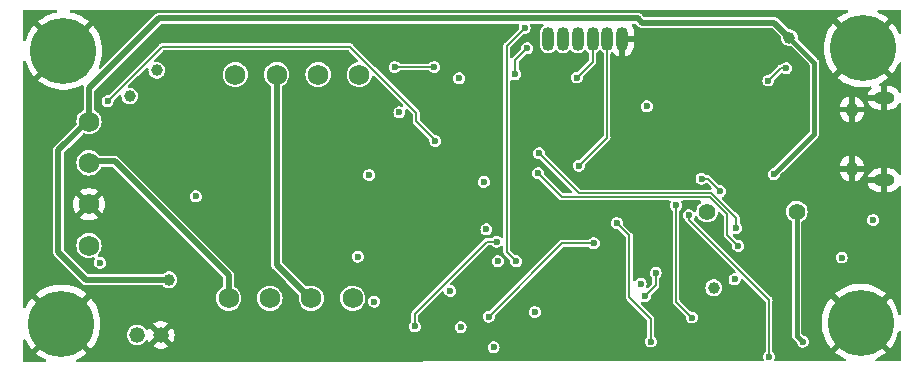
<source format=gbr>
%TF.GenerationSoftware,KiCad,Pcbnew,7.0.1*%
%TF.CreationDate,2023-06-15T13:01:31-07:00*%
%TF.ProjectId,Full-Flight-Computer,46756c6c-2d46-46c6-9967-68742d436f6d,1.0*%
%TF.SameCoordinates,Original*%
%TF.FileFunction,Copper,L4,Bot*%
%TF.FilePolarity,Positive*%
%FSLAX46Y46*%
G04 Gerber Fmt 4.6, Leading zero omitted, Abs format (unit mm)*
G04 Created by KiCad (PCBNEW 7.0.1) date 2023-06-15 13:01:31*
%MOMM*%
%LPD*%
G01*
G04 APERTURE LIST*
%TA.AperFunction,ComponentPad*%
%ADD10C,1.727200*%
%TD*%
%TA.AperFunction,ComponentPad*%
%ADD11C,5.588000*%
%TD*%
%TA.AperFunction,ComponentPad*%
%ADD12C,1.320800*%
%TD*%
%TA.AperFunction,ComponentPad*%
%ADD13C,1.408000*%
%TD*%
%TA.AperFunction,ComponentPad*%
%ADD14O,1.016000X1.300000*%
%TD*%
%TA.AperFunction,ComponentPad*%
%ADD15O,1.778000X1.016000*%
%TD*%
%TA.AperFunction,ComponentPad*%
%ADD16O,1.016000X2.032000*%
%TD*%
%TA.AperFunction,ViaPad*%
%ADD17C,0.600000*%
%TD*%
%TA.AperFunction,ViaPad*%
%ADD18C,1.000000*%
%TD*%
%TA.AperFunction,Conductor*%
%ADD19C,0.508000*%
%TD*%
%TA.AperFunction,Conductor*%
%ADD20C,0.177800*%
%TD*%
%TA.AperFunction,Conductor*%
%ADD21C,0.381000*%
%TD*%
%TA.AperFunction,Conductor*%
%ADD22C,0.203200*%
%TD*%
G04 APERTURE END LIST*
D10*
%TO.P,P5,4,6*%
%TO.N,Net-(P5B-6)*%
X121049402Y-96034201D03*
%TO.P,P5,3,5*%
%TO.N,VIN_SW*%
X117549401Y-96034201D03*
%TO.P,P5,2,6*%
%TO.N,Net-(P5A-6)*%
X114049401Y-96034201D03*
%TO.P,P5,1,5*%
%TO.N,VIN_SW*%
X110549400Y-96034201D03*
%TD*%
D11*
%TO.P,H1,1*%
%TO.N,Earth*%
X164058600Y-98120200D03*
%TD*%
D12*
%TO.P,P2,1,5*%
%TO.N,Earth*%
X104809801Y-99129499D03*
%TO.P,P2,2,6*%
%TO.N,Net-(P2-6)*%
X102809799Y-99129499D03*
%TD*%
D11*
%TO.P,H4,1*%
%TO.N,Earth*%
X96570800Y-75082400D03*
%TD*%
%TO.P,H3,1*%
%TO.N,Earth*%
X96393000Y-98171000D03*
%TD*%
D13*
%TO.P,BZ1,1,-*%
%TO.N,VIN*%
X151063800Y-88696800D03*
%TO.P,BZ1,2,+*%
%TO.N,Net-(BZ1-+)*%
X158663800Y-88696800D03*
%TD*%
D10*
%TO.P,P3,1,5*%
%TO.N,VIN*%
X98729800Y-81066998D03*
%TO.P,P3,2,6*%
%TO.N,VIN_SW*%
X98729800Y-84566999D03*
%TO.P,P3,3,5*%
%TO.N,Earth*%
X98729800Y-88066999D03*
%TO.P,P3,4,6*%
%TO.N,Net-(P3B-6)*%
X98729800Y-91567000D03*
%TD*%
D14*
%TO.P,P6,S1,SHIELD*%
%TO.N,Earth*%
X163326500Y-85050000D03*
X163326500Y-80050000D03*
D15*
%TO.P,P6,S2,SHIELD*%
X166026500Y-86050000D03*
X166026500Y-79050000D03*
%TD*%
D11*
%TO.P,H2,1*%
%TO.N,Earth*%
X164236400Y-74853800D03*
%TD*%
D16*
%TO.P,P1,1,1*%
%TO.N,3.3V*%
X137621000Y-74066400D03*
%TO.P,P1,2,2*%
%TO.N,SWDIO*%
X138871000Y-74066400D03*
%TO.P,P1,3,3*%
%TO.N,SWCLK*%
X140121000Y-74066400D03*
%TO.P,P1,4,4*%
%TO.N,SWO*%
X141371000Y-74066400D03*
%TO.P,P1,5,5*%
%TO.N,NRST*%
X142621000Y-74066400D03*
%TO.P,P1,6,6*%
%TO.N,Earth*%
X143871000Y-74066400D03*
%TD*%
D10*
%TO.P,P4,1,5*%
%TO.N,VIN_SW*%
X121630201Y-77089000D03*
%TO.P,P4,2,6*%
%TO.N,Net-(P4A-6)*%
X118130200Y-77089000D03*
%TO.P,P4,3,5*%
%TO.N,VIN_SW*%
X114630200Y-77089000D03*
%TO.P,P4,4,6*%
%TO.N,Net-(P4B-6)*%
X111130199Y-77089000D03*
%TD*%
D17*
%TO.N,3.3V*%
X165125400Y-89408000D03*
%TO.N,Earth*%
X162330600Y-90880400D03*
%TO.N,VBAT_SENSE*%
X134899400Y-92913200D03*
X135610600Y-73152000D03*
%TO.N,Earth*%
X157632400Y-75285600D03*
X147675600Y-77190600D03*
X147193000Y-79806800D03*
%TO.N,3.3V*%
X145973800Y-79781400D03*
%TO.N,Earth*%
X152857200Y-76809600D03*
X151384000Y-76809600D03*
X152882600Y-78130400D03*
X151460200Y-78130400D03*
%TO.N,VIN*%
X156718000Y-85521800D03*
%TO.N,BEEP*%
X149529800Y-89001600D03*
X156311600Y-100990400D03*
%TO.N,Net-(BZ1-+)*%
X159167400Y-99709400D03*
%TO.N,3.3V*%
X153390600Y-94437200D03*
X162458400Y-92583000D03*
%TO.N,HG_ACC_SCL*%
X136855200Y-83769200D03*
%TO.N,HG_ACC_SDA*%
X136753600Y-85445600D03*
X153703400Y-91600400D03*
%TO.N,HG_ACC_SCL*%
X153543000Y-90068400D03*
%TO.N,Earth*%
X164642800Y-92100400D03*
X154025600Y-95758000D03*
D18*
%TO.N,3.3V*%
X151625300Y-95135700D03*
%TO.N,Earth*%
X147980400Y-100431600D03*
D17*
%TO.N,~{FLASH_HOLD}*%
X148437600Y-88163400D03*
X149783800Y-97663000D03*
%TO.N,~{FLASH_WP}*%
X143433800Y-89662000D03*
X146304000Y-99695000D03*
%TO.N,~{FLASH_SS}*%
X146710400Y-93878400D03*
X145796000Y-95859600D03*
%TO.N,3.3V*%
X136493900Y-97192400D03*
X132994400Y-100177600D03*
%TO.N,SDA*%
X132588000Y-97586800D03*
X141478000Y-91363800D03*
%TO.N,Earth*%
X130581400Y-99618800D03*
%TO.N,3.3V*%
X130200400Y-98475800D03*
%TO.N,Earth*%
X123113600Y-99948800D03*
%TO.N,IMU_INT2*%
X133273800Y-91236800D03*
X126318200Y-98403600D03*
%TO.N,3.3V*%
X129311400Y-95402400D03*
%TO.N,Earth*%
X127635000Y-94284800D03*
%TO.N,3.3V*%
X122885200Y-96316800D03*
%TO.N,Earth*%
X126492000Y-96316800D03*
X125145800Y-73812400D03*
%TO.N,BOOT*%
X135839200Y-74879200D03*
X134823200Y-77063600D03*
%TO.N,BP_SDA*%
X124612400Y-76454000D03*
X127965200Y-76454000D03*
%TO.N,SWO*%
X140030200Y-77343000D03*
%TO.N,Earth*%
X128219200Y-81635600D03*
%TO.N,3.3V*%
X125018800Y-80289400D03*
X130073400Y-77419200D03*
%TO.N,Earth*%
X126873000Y-78663800D03*
%TO.N,NRST*%
X140208000Y-84810600D03*
%TO.N,~{AUX2_CONT}*%
X100304600Y-79349600D03*
X128054600Y-82715600D03*
%TO.N,Earth*%
X123367800Y-86360000D03*
%TO.N,3.3V*%
X132156200Y-86182200D03*
X122453400Y-85598000D03*
%TO.N,Earth*%
X126314200Y-91211400D03*
%TO.N,3.3V*%
X121488200Y-92506800D03*
%TO.N,Earth*%
X133273800Y-80518000D03*
X132359400Y-76327000D03*
%TO.N,3.3V*%
X145440400Y-94792800D03*
%TO.N,Earth*%
X143535400Y-92837000D03*
X141681200Y-98221800D03*
%TO.N,3.3V*%
X133350000Y-92887800D03*
%TO.N,Earth*%
X131292600Y-94919800D03*
%TO.N,3.3V*%
X132384800Y-90195400D03*
X107772200Y-87401400D03*
X99669600Y-93040200D03*
D18*
%TO.N,VIN*%
X158038800Y-73964800D03*
D17*
%TO.N,Earth*%
X118694200Y-83286600D03*
X112445800Y-83261200D03*
D18*
%TO.N,3.3V*%
X102184200Y-78917800D03*
D17*
%TO.N,Earth*%
X115620800Y-89839800D03*
X108864400Y-89941400D03*
X132056000Y-85215600D03*
D18*
X107391200Y-81483200D03*
X106426000Y-77089000D03*
%TO.N,3.3V*%
X104470200Y-76733400D03*
%TO.N,VIN*%
X105511600Y-94462600D03*
D17*
%TO.N,TX_USB*%
X150596600Y-85902800D03*
X152196800Y-86969600D03*
%TO.N,/Peripherals/D+*%
X157759400Y-76555600D03*
%TO.N,Earth*%
X158724600Y-77190600D03*
%TO.N,/Peripherals/D+*%
X156260800Y-77597000D03*
%TD*%
D19*
%TO.N,VIN_SW*%
X114630200Y-77089000D02*
X114630200Y-93218000D01*
X114630200Y-93218000D02*
X117627400Y-96215200D01*
D20*
%TO.N,~{AUX2_CONT}*%
X126441200Y-80337434D02*
X126441200Y-81051400D01*
X100304600Y-79349600D02*
X104902000Y-74752200D01*
X104902000Y-74752200D02*
X120855966Y-74752200D01*
X120855966Y-74752200D02*
X126441200Y-80337434D01*
X126441200Y-81051400D02*
X128054600Y-82664800D01*
X128054600Y-82664800D02*
X128054600Y-82715600D01*
D19*
%TO.N,VIN_SW*%
X110549400Y-94064800D02*
X100914200Y-84429600D01*
X110549400Y-96034201D02*
X110549400Y-94064800D01*
X100914200Y-84429600D02*
X98907600Y-84429600D01*
D20*
%TO.N,VBAT_SENSE*%
X135610600Y-73152000D02*
X134112000Y-74650600D01*
X134112000Y-74650600D02*
X134112000Y-92125800D01*
X134112000Y-92125800D02*
X134899400Y-92913200D01*
D21*
%TO.N,VIN*%
X156718000Y-85521800D02*
X160147000Y-82092800D01*
X160147000Y-82092800D02*
X160147000Y-76073000D01*
X160147000Y-76073000D02*
X158038800Y-73964800D01*
D20*
%TO.N,BEEP*%
X149529800Y-89001600D02*
X149529800Y-89382600D01*
X149529800Y-89382600D02*
X156311600Y-96164400D01*
X156311600Y-96164400D02*
X156311600Y-100990400D01*
D21*
%TO.N,Net-(BZ1-+)*%
X158663800Y-88696800D02*
X158663800Y-99205800D01*
X158663800Y-99205800D02*
X159167400Y-99709400D01*
D20*
%TO.N,HG_ACC_SDA*%
X153703400Y-91600400D02*
X152755600Y-90652600D01*
X152755600Y-88925400D02*
X151282400Y-87452200D01*
X152755600Y-90652600D02*
X152755600Y-88925400D01*
X138760200Y-87452200D02*
X136753600Y-85445600D01*
X151282400Y-87452200D02*
X138760200Y-87452200D01*
%TO.N,HG_ACC_SCL*%
X151434800Y-87122000D02*
X140208000Y-87122000D01*
X153543000Y-90068400D02*
X153543000Y-89230200D01*
X153543000Y-89230200D02*
X151434800Y-87122000D01*
X140208000Y-87122000D02*
X136855200Y-83769200D01*
%TO.N,~{FLASH_HOLD}*%
X149783800Y-97663000D02*
X148437600Y-96316800D01*
X148437600Y-96316800D02*
X148437600Y-88163400D01*
%TO.N,~{FLASH_WP}*%
X146304000Y-99695000D02*
X146304000Y-97764600D01*
X146304000Y-97764600D02*
X144475200Y-95935800D01*
X144475200Y-95935800D02*
X144475200Y-90703400D01*
X144475200Y-90703400D02*
X143433800Y-89662000D01*
%TO.N,~{FLASH_SS}*%
X146710400Y-94945200D02*
X146710400Y-93878400D01*
X145796000Y-95859600D02*
X146710400Y-94945200D01*
%TO.N,SDA*%
X132588000Y-97586800D02*
X138811000Y-91363800D01*
X138811000Y-91363800D02*
X141478000Y-91363800D01*
%TO.N,IMU_INT2*%
X126318200Y-97328800D02*
X132410200Y-91236800D01*
X126318200Y-98403600D02*
X126318200Y-97328800D01*
X132410200Y-91236800D02*
X133273800Y-91236800D01*
%TO.N,BOOT*%
X134823200Y-77063600D02*
X134823200Y-75895200D01*
X134823200Y-75895200D02*
X135839200Y-74879200D01*
%TO.N,BP_SDA*%
X127965200Y-76454000D02*
X124612400Y-76454000D01*
%TO.N,SWO*%
X141376400Y-75666600D02*
X141376400Y-74193400D01*
X140030200Y-77343000D02*
X141376400Y-75996800D01*
X141376400Y-75996800D02*
X141376400Y-75666600D01*
%TO.N,NRST*%
X140208000Y-84810600D02*
X142595600Y-82423000D01*
X142595600Y-82423000D02*
X142595600Y-74041000D01*
D19*
%TO.N,VIN*%
X145592800Y-72694800D02*
X156768800Y-72694800D01*
X156768800Y-72694800D02*
X158038800Y-73964800D01*
X145211800Y-72313800D02*
X104673400Y-72313800D01*
X98729800Y-78257400D02*
X104673400Y-72313800D01*
X98729800Y-81066998D02*
X98729800Y-78257400D01*
X145592800Y-72694800D02*
X145211800Y-72313800D01*
X105511600Y-94462600D02*
X98501200Y-94462600D01*
X98501200Y-94462600D02*
X96139000Y-92100400D01*
X96139000Y-92100400D02*
X96139000Y-83515200D01*
X96139000Y-83515200D02*
X98653600Y-81000600D01*
D20*
%TO.N,TX_USB*%
X150596600Y-85902800D02*
X151130000Y-85902800D01*
X151130000Y-85902800D02*
X152196800Y-86969600D01*
D22*
%TO.N,/Peripherals/D+*%
X156260800Y-77597000D02*
X157302200Y-76555600D01*
X157302200Y-76555600D02*
X157759400Y-76555600D01*
%TD*%
%TA.AperFunction,Conductor*%
%TO.N,Earth*%
G36*
X95983208Y-71615145D02*
G01*
X96027758Y-71655113D01*
X96048398Y-71711293D01*
X96040318Y-71770597D01*
X96005401Y-71819208D01*
X95951781Y-71845801D01*
X95688266Y-71903804D01*
X95349771Y-72017857D01*
X95025598Y-72167835D01*
X94719540Y-72351984D01*
X94435169Y-72568157D01*
X94422301Y-72580345D01*
X94422301Y-72580347D01*
X96570798Y-74728846D01*
X96570799Y-74728846D01*
X98719297Y-72580347D01*
X98719297Y-72580346D01*
X98706426Y-72568155D01*
X98422059Y-72351984D01*
X98116001Y-72167835D01*
X97791828Y-72017857D01*
X97453333Y-71903804D01*
X97189819Y-71845801D01*
X97136199Y-71819208D01*
X97101282Y-71770597D01*
X97093202Y-71711293D01*
X97113842Y-71655113D01*
X97158392Y-71615145D01*
X97216475Y-71600700D01*
X162859595Y-71600700D01*
X162923524Y-71618450D01*
X162969150Y-71666617D01*
X162983413Y-71731413D01*
X162962228Y-71794287D01*
X162911661Y-71837239D01*
X162691198Y-71939235D01*
X162385140Y-72123384D01*
X162100769Y-72339557D01*
X162087901Y-72351745D01*
X162087901Y-72351747D01*
X164236400Y-74500246D01*
X164236401Y-74500246D01*
X166384897Y-72351747D01*
X166384897Y-72351746D01*
X166372026Y-72339555D01*
X166087659Y-72123384D01*
X165781601Y-71939235D01*
X165561139Y-71837239D01*
X165510572Y-71794287D01*
X165489387Y-71731413D01*
X165503650Y-71666617D01*
X165549276Y-71618450D01*
X165613205Y-71600700D01*
X167390900Y-71600700D01*
X167452900Y-71617313D01*
X167498287Y-71662700D01*
X167514900Y-71724700D01*
X167514900Y-73536608D01*
X167496452Y-73601684D01*
X167446596Y-73647396D01*
X167380167Y-73660143D01*
X167316932Y-73636131D01*
X167275707Y-73582505D01*
X167230344Y-73468652D01*
X167063035Y-73153075D01*
X166862580Y-72857425D01*
X166735701Y-72708052D01*
X166735700Y-72708051D01*
X164589953Y-74853800D01*
X164589953Y-74853801D01*
X166735700Y-76999546D01*
X166735701Y-76999546D01*
X166862584Y-76850168D01*
X167063032Y-76554531D01*
X167230344Y-76238947D01*
X167275707Y-76125095D01*
X167316932Y-76071469D01*
X167380167Y-76047457D01*
X167446596Y-76060204D01*
X167496452Y-76105916D01*
X167514900Y-76170992D01*
X167514900Y-78488440D01*
X167497879Y-78551142D01*
X167451489Y-78596630D01*
X167388465Y-78612416D01*
X167326110Y-78594167D01*
X167281542Y-78546893D01*
X167249676Y-78487277D01*
X167123712Y-78333787D01*
X166970222Y-78207823D01*
X166795111Y-78114223D01*
X166605104Y-78056585D01*
X166457018Y-78042000D01*
X166276500Y-78042000D01*
X166276500Y-80058000D01*
X166457018Y-80058000D01*
X166605104Y-80043414D01*
X166795111Y-79985776D01*
X166970222Y-79892176D01*
X167123712Y-79766212D01*
X167249676Y-79612722D01*
X167281542Y-79553107D01*
X167326110Y-79505833D01*
X167388465Y-79487584D01*
X167451489Y-79503370D01*
X167497879Y-79548858D01*
X167514900Y-79611560D01*
X167514900Y-85488440D01*
X167497879Y-85551142D01*
X167451489Y-85596630D01*
X167388465Y-85612416D01*
X167326110Y-85594167D01*
X167281542Y-85546893D01*
X167249676Y-85487277D01*
X167123712Y-85333787D01*
X166970222Y-85207823D01*
X166795111Y-85114223D01*
X166605104Y-85056585D01*
X166457018Y-85042000D01*
X166276500Y-85042000D01*
X166276500Y-87058000D01*
X166457018Y-87058000D01*
X166605104Y-87043414D01*
X166795111Y-86985776D01*
X166970222Y-86892176D01*
X167123712Y-86766212D01*
X167249676Y-86612722D01*
X167281542Y-86553107D01*
X167326110Y-86505833D01*
X167388465Y-86487584D01*
X167451489Y-86503370D01*
X167497879Y-86548858D01*
X167514900Y-86611560D01*
X167514900Y-97345842D01*
X167500975Y-97402933D01*
X167462329Y-97447202D01*
X167407640Y-97468707D01*
X167349192Y-97462617D01*
X167300110Y-97430301D01*
X167271420Y-97379016D01*
X167184754Y-97066874D01*
X167052544Y-96735052D01*
X166885235Y-96419475D01*
X166684780Y-96123825D01*
X166557901Y-95974452D01*
X166557900Y-95974451D01*
X164412153Y-98120199D01*
X166557900Y-100265946D01*
X166557901Y-100265946D01*
X166684784Y-100116568D01*
X166885232Y-99820931D01*
X167052544Y-99505347D01*
X167184754Y-99173525D01*
X167271420Y-98861384D01*
X167300110Y-98810099D01*
X167349192Y-98777783D01*
X167407640Y-98771693D01*
X167462329Y-98793198D01*
X167500975Y-98837467D01*
X167514900Y-98894558D01*
X167514900Y-101247569D01*
X167498301Y-101309545D01*
X167452949Y-101354928D01*
X167390984Y-101371569D01*
X165436363Y-101372895D01*
X165372408Y-101355180D01*
X165326747Y-101307022D01*
X165312459Y-101242215D01*
X165333636Y-101179322D01*
X165384213Y-101136356D01*
X165603801Y-101034764D01*
X165909859Y-100850615D01*
X166194226Y-100634444D01*
X166207097Y-100622252D01*
X166207097Y-100622251D01*
X164058601Y-98473753D01*
X164058600Y-98473753D01*
X161910101Y-100622251D01*
X161910101Y-100622252D01*
X161922973Y-100634444D01*
X162207340Y-100850615D01*
X162513398Y-101034764D01*
X162737022Y-101138223D01*
X162787580Y-101181161D01*
X162808772Y-101244015D01*
X162794535Y-101308800D01*
X162748942Y-101356978D01*
X162685040Y-101374762D01*
X156881040Y-101378702D01*
X156821584Y-101363564D01*
X156776663Y-101321776D01*
X156757273Y-101263568D01*
X156768161Y-101203193D01*
X156799867Y-101133768D01*
X156820480Y-100990400D01*
X156799867Y-100847032D01*
X156739697Y-100715279D01*
X156644846Y-100605814D01*
X156644844Y-100605812D01*
X156634487Y-100593860D01*
X156612018Y-100555990D01*
X156604200Y-100512657D01*
X156604200Y-96232356D01*
X156606891Y-96215857D01*
X156606413Y-96205526D01*
X156606414Y-96205525D01*
X156604332Y-96160498D01*
X156604200Y-96154772D01*
X156604200Y-96136206D01*
X156602551Y-96121999D01*
X156601361Y-96096249D01*
X156598790Y-96090426D01*
X156590335Y-96063121D01*
X156589167Y-96056870D01*
X156575596Y-96034952D01*
X156567588Y-96019759D01*
X156557176Y-95996177D01*
X156552676Y-95991676D01*
X156534930Y-95969274D01*
X156531578Y-95963861D01*
X156511005Y-95948325D01*
X156498051Y-95937052D01*
X149981098Y-89420099D01*
X149953661Y-89378504D01*
X149944814Y-89329466D01*
X149955985Y-89280906D01*
X149957895Y-89276722D01*
X149957897Y-89276721D01*
X150018067Y-89144968D01*
X150018191Y-89144100D01*
X150041309Y-89087909D01*
X150088345Y-89049446D01*
X150148008Y-89037946D01*
X150205971Y-89056171D01*
X150248317Y-89099744D01*
X150325409Y-89233271D01*
X150453084Y-89375069D01*
X150607446Y-89487219D01*
X150607449Y-89487220D01*
X150607450Y-89487221D01*
X150781760Y-89564829D01*
X150781763Y-89564829D01*
X150781764Y-89564830D01*
X150968395Y-89604500D01*
X150968397Y-89604500D01*
X151159203Y-89604500D01*
X151159205Y-89604500D01*
X151345835Y-89564830D01*
X151345834Y-89564830D01*
X151345840Y-89564829D01*
X151520150Y-89487221D01*
X151544222Y-89469732D01*
X151674515Y-89375069D01*
X151802190Y-89233272D01*
X151843310Y-89162050D01*
X151897593Y-89068029D01*
X151956555Y-88886561D01*
X151962327Y-88831644D01*
X151988268Y-88767840D01*
X152044255Y-88727720D01*
X152113013Y-88723666D01*
X152173328Y-88756927D01*
X152426681Y-89010280D01*
X152453561Y-89050508D01*
X152463000Y-89097961D01*
X152463000Y-90584647D01*
X152460309Y-90601140D01*
X152462868Y-90656488D01*
X152463000Y-90662214D01*
X152463000Y-90680796D01*
X152464648Y-90694999D01*
X152465839Y-90720751D01*
X152468409Y-90726572D01*
X152476862Y-90753868D01*
X152478032Y-90760129D01*
X152491603Y-90782047D01*
X152499610Y-90797237D01*
X152510024Y-90820823D01*
X152514524Y-90825323D01*
X152532269Y-90847725D01*
X152535621Y-90853139D01*
X152556193Y-90868674D01*
X152569148Y-90879947D01*
X153162581Y-91473380D01*
X153192554Y-91521900D01*
X153197638Y-91578705D01*
X153194519Y-91600397D01*
X153215132Y-91743768D01*
X153275303Y-91875522D01*
X153370152Y-91984984D01*
X153370154Y-91984986D01*
X153492004Y-92063294D01*
X153554397Y-92081614D01*
X153630978Y-92104100D01*
X153630979Y-92104100D01*
X153775821Y-92104100D01*
X153775822Y-92104100D01*
X153822145Y-92090498D01*
X153914796Y-92063294D01*
X154036646Y-91984986D01*
X154131497Y-91875521D01*
X154191667Y-91743768D01*
X154212280Y-91600400D01*
X154191667Y-91457032D01*
X154131497Y-91325279D01*
X154131496Y-91325278D01*
X154131496Y-91325277D01*
X154036647Y-91215815D01*
X154036646Y-91215814D01*
X153914796Y-91137506D01*
X153914795Y-91137505D01*
X153914794Y-91137505D01*
X153775822Y-91096700D01*
X153775821Y-91096700D01*
X153664861Y-91096700D01*
X153617408Y-91087261D01*
X153577180Y-91060381D01*
X153273773Y-90756974D01*
X153241528Y-90700816D01*
X153241990Y-90636061D01*
X153275034Y-90580369D01*
X153331646Y-90548929D01*
X153396388Y-90550315D01*
X153470579Y-90572100D01*
X153615421Y-90572100D01*
X153615422Y-90572100D01*
X153661745Y-90558498D01*
X153754396Y-90531294D01*
X153876246Y-90452986D01*
X153971097Y-90343521D01*
X154031267Y-90211768D01*
X154051880Y-90068400D01*
X154031267Y-89925032D01*
X154029096Y-89920279D01*
X153971097Y-89793279D01*
X153918437Y-89732506D01*
X153876246Y-89683814D01*
X153876244Y-89683812D01*
X153865887Y-89671860D01*
X153843418Y-89633990D01*
X153835600Y-89590657D01*
X153835600Y-89298153D01*
X153838290Y-89281659D01*
X153837812Y-89271326D01*
X153837813Y-89271325D01*
X153835732Y-89226312D01*
X153835600Y-89220586D01*
X153835600Y-89202005D01*
X153833950Y-89187787D01*
X153832761Y-89162050D01*
X153832761Y-89162049D01*
X153830191Y-89156229D01*
X153821735Y-89128920D01*
X153820567Y-89122670D01*
X153820566Y-89122668D01*
X153806995Y-89100750D01*
X153798986Y-89085555D01*
X153788575Y-89061976D01*
X153784076Y-89057477D01*
X153766330Y-89035074D01*
X153762978Y-89029661D01*
X153742405Y-89014125D01*
X153729451Y-89002852D01*
X153423399Y-88696800D01*
X157751100Y-88696800D01*
X157771045Y-88886561D01*
X157771046Y-88886564D01*
X157830006Y-89068028D01*
X157925409Y-89233272D01*
X158053084Y-89375069D01*
X158217994Y-89494882D01*
X158216727Y-89496625D01*
X158234836Y-89509321D01*
X158260581Y-89548993D01*
X158269600Y-89595419D01*
X158269600Y-99268235D01*
X158276291Y-99288831D01*
X158280830Y-99307739D01*
X158284219Y-99329130D01*
X158284219Y-99329131D01*
X158284220Y-99329133D01*
X158291610Y-99343637D01*
X158294052Y-99348430D01*
X158301495Y-99366401D01*
X158308186Y-99386992D01*
X158320916Y-99404515D01*
X158331079Y-99421099D01*
X158340911Y-99440394D01*
X158637497Y-99736980D01*
X158660700Y-99769156D01*
X158672554Y-99807013D01*
X158679132Y-99852768D01*
X158739303Y-99984522D01*
X158821676Y-100079586D01*
X158834154Y-100093986D01*
X158956004Y-100172294D01*
X159025491Y-100192697D01*
X159094978Y-100213100D01*
X159094979Y-100213100D01*
X159239821Y-100213100D01*
X159239822Y-100213100D01*
X159288864Y-100198700D01*
X159378796Y-100172294D01*
X159500646Y-100093986D01*
X159595497Y-99984521D01*
X159655667Y-99852768D01*
X159676280Y-99709400D01*
X159655667Y-99566032D01*
X159649090Y-99551631D01*
X159595496Y-99434277D01*
X159500647Y-99324815D01*
X159500646Y-99324814D01*
X159412607Y-99268235D01*
X159378795Y-99246505D01*
X159243801Y-99206868D01*
X159191055Y-99175572D01*
X159094319Y-99078836D01*
X159067439Y-99038608D01*
X159058000Y-98991155D01*
X159058000Y-98120199D01*
X160759761Y-98120199D01*
X160779099Y-98476860D01*
X160836888Y-98829358D01*
X160932445Y-99173525D01*
X161064655Y-99505347D01*
X161231964Y-99820924D01*
X161432419Y-100116574D01*
X161559297Y-100265946D01*
X161559298Y-100265947D01*
X163705046Y-98120200D01*
X163705046Y-98120198D01*
X161559298Y-95974451D01*
X161559297Y-95974452D01*
X161432419Y-96123825D01*
X161231964Y-96419475D01*
X161064655Y-96735052D01*
X160932445Y-97066874D01*
X160836888Y-97411041D01*
X160779099Y-97763539D01*
X160759761Y-98120199D01*
X159058000Y-98120199D01*
X159058000Y-95618147D01*
X161910101Y-95618147D01*
X164058600Y-97766646D01*
X164058601Y-97766646D01*
X166207097Y-95618147D01*
X166207097Y-95618146D01*
X166194226Y-95605955D01*
X165909859Y-95389784D01*
X165603801Y-95205635D01*
X165279628Y-95055657D01*
X164941133Y-94941604D01*
X164592292Y-94864819D01*
X164237196Y-94826200D01*
X163880004Y-94826200D01*
X163524907Y-94864819D01*
X163176066Y-94941604D01*
X162837571Y-95055657D01*
X162513398Y-95205635D01*
X162207340Y-95389784D01*
X161922969Y-95605957D01*
X161910101Y-95618145D01*
X161910101Y-95618147D01*
X159058000Y-95618147D01*
X159058000Y-92583000D01*
X161949520Y-92583000D01*
X161952111Y-92601020D01*
X161970132Y-92726368D01*
X162030303Y-92858122D01*
X162125152Y-92967584D01*
X162125154Y-92967586D01*
X162247004Y-93045894D01*
X162283357Y-93056568D01*
X162385978Y-93086700D01*
X162385979Y-93086700D01*
X162530821Y-93086700D01*
X162530822Y-93086700D01*
X162577146Y-93073097D01*
X162669796Y-93045894D01*
X162791646Y-92967586D01*
X162886497Y-92858121D01*
X162946667Y-92726368D01*
X162967280Y-92583000D01*
X162946667Y-92439632D01*
X162939941Y-92424905D01*
X162886906Y-92308774D01*
X162886497Y-92307879D01*
X162886496Y-92307878D01*
X162886496Y-92307877D01*
X162791647Y-92198415D01*
X162791646Y-92198414D01*
X162669796Y-92120106D01*
X162669795Y-92120105D01*
X162669794Y-92120105D01*
X162530822Y-92079300D01*
X162530821Y-92079300D01*
X162385979Y-92079300D01*
X162385978Y-92079300D01*
X162247005Y-92120105D01*
X162125152Y-92198415D01*
X162030303Y-92307877D01*
X161970132Y-92439631D01*
X161949520Y-92582999D01*
X161949520Y-92583000D01*
X159058000Y-92583000D01*
X159058000Y-89595419D01*
X159067019Y-89548993D01*
X159092764Y-89509321D01*
X159110872Y-89496625D01*
X159109606Y-89494882D01*
X159229189Y-89408000D01*
X164616520Y-89408000D01*
X164637132Y-89551368D01*
X164697303Y-89683122D01*
X164789062Y-89789018D01*
X164792154Y-89792586D01*
X164914004Y-89870894D01*
X164983491Y-89891297D01*
X165052978Y-89911700D01*
X165052979Y-89911700D01*
X165197821Y-89911700D01*
X165197822Y-89911700D01*
X165244145Y-89898098D01*
X165336796Y-89870894D01*
X165458646Y-89792586D01*
X165553497Y-89683121D01*
X165613667Y-89551368D01*
X165634280Y-89408000D01*
X165613667Y-89264632D01*
X165599345Y-89233272D01*
X165553496Y-89132877D01*
X165458647Y-89023415D01*
X165458646Y-89023414D01*
X165336796Y-88945106D01*
X165336795Y-88945105D01*
X165336794Y-88945105D01*
X165197822Y-88904300D01*
X165197821Y-88904300D01*
X165052979Y-88904300D01*
X165052978Y-88904300D01*
X164914005Y-88945105D01*
X164792152Y-89023415D01*
X164697303Y-89132877D01*
X164637132Y-89264631D01*
X164616520Y-89408000D01*
X159229189Y-89408000D01*
X159274515Y-89375069D01*
X159402190Y-89233272D01*
X159443310Y-89162050D01*
X159497593Y-89068029D01*
X159556555Y-88886561D01*
X159576500Y-88696800D01*
X159556555Y-88507039D01*
X159497593Y-88325571D01*
X159403964Y-88163400D01*
X159402190Y-88160327D01*
X159274515Y-88018530D01*
X159120153Y-87906380D01*
X158975090Y-87841794D01*
X158945840Y-87828771D01*
X158945839Y-87828770D01*
X158945835Y-87828769D01*
X158759205Y-87789100D01*
X158759203Y-87789100D01*
X158568397Y-87789100D01*
X158568395Y-87789100D01*
X158381764Y-87828769D01*
X158207446Y-87906380D01*
X158053084Y-88018530D01*
X157925409Y-88160327D01*
X157830006Y-88325571D01*
X157774014Y-88497900D01*
X157771045Y-88507039D01*
X157751100Y-88696800D01*
X153423399Y-88696800D01*
X152363412Y-87636813D01*
X152331511Y-87581935D01*
X152330946Y-87518460D01*
X152361867Y-87463024D01*
X152394088Y-87443518D01*
X152393198Y-87442132D01*
X152408194Y-87432494D01*
X152408196Y-87432494D01*
X152530046Y-87354186D01*
X152624897Y-87244721D01*
X152685067Y-87112968D01*
X152705680Y-86969600D01*
X152687658Y-86844252D01*
X152685067Y-86826231D01*
X152624896Y-86694477D01*
X152530047Y-86585015D01*
X152530046Y-86585014D01*
X152408196Y-86506706D01*
X152408195Y-86506705D01*
X152408194Y-86506705D01*
X152269222Y-86465900D01*
X152269221Y-86465900D01*
X152158261Y-86465900D01*
X152110808Y-86456461D01*
X152070580Y-86429581D01*
X151941000Y-86300001D01*
X164667980Y-86300001D01*
X164709723Y-86437610D01*
X164803323Y-86612722D01*
X164929287Y-86766212D01*
X165082777Y-86892176D01*
X165257888Y-86985776D01*
X165447895Y-87043414D01*
X165595982Y-87058000D01*
X165776500Y-87058000D01*
X165776500Y-86300000D01*
X164667981Y-86300000D01*
X164667980Y-86300001D01*
X151941000Y-86300001D01*
X151384951Y-85743952D01*
X151375190Y-85730385D01*
X151334245Y-85693059D01*
X151330100Y-85689101D01*
X151316968Y-85675968D01*
X151305756Y-85667088D01*
X151303650Y-85665168D01*
X151286702Y-85649718D01*
X151286700Y-85649717D01*
X151280768Y-85647419D01*
X151255485Y-85634092D01*
X151250233Y-85630494D01*
X151225142Y-85624593D01*
X151208739Y-85619514D01*
X151184696Y-85610200D01*
X151178328Y-85610200D01*
X151149939Y-85606906D01*
X151143747Y-85605449D01*
X151118218Y-85609011D01*
X151101088Y-85610200D01*
X151066181Y-85610200D01*
X151014669Y-85598994D01*
X150972467Y-85567402D01*
X150964170Y-85557827D01*
X150929846Y-85518214D01*
X150929845Y-85518213D01*
X150830910Y-85454632D01*
X150807996Y-85439906D01*
X150807995Y-85439905D01*
X150807994Y-85439905D01*
X150669022Y-85399100D01*
X150669021Y-85399100D01*
X150524179Y-85399100D01*
X150524178Y-85399100D01*
X150385205Y-85439905D01*
X150263352Y-85518215D01*
X150168503Y-85627677D01*
X150108332Y-85759431D01*
X150087720Y-85902800D01*
X150108332Y-86046168D01*
X150168503Y-86177922D01*
X150237157Y-86257153D01*
X150263354Y-86287386D01*
X150385204Y-86365694D01*
X150454691Y-86386097D01*
X150524178Y-86406500D01*
X150524179Y-86406500D01*
X150669021Y-86406500D01*
X150669022Y-86406500D01*
X150709828Y-86394518D01*
X150807996Y-86365694D01*
X150929846Y-86287386D01*
X150929845Y-86287386D01*
X150944845Y-86277747D01*
X150946484Y-86280297D01*
X150977929Y-86259551D01*
X151044926Y-86257153D01*
X151103379Y-86289978D01*
X151431120Y-86617719D01*
X151461370Y-86667082D01*
X151465912Y-86724798D01*
X151443757Y-86778285D01*
X151399734Y-86815885D01*
X151343439Y-86829400D01*
X140380561Y-86829400D01*
X140333108Y-86819961D01*
X140292880Y-86793081D01*
X137396017Y-83896218D01*
X137366043Y-83847694D01*
X137360961Y-83790889D01*
X137364080Y-83769200D01*
X137343467Y-83625832D01*
X137320787Y-83576171D01*
X137283296Y-83494077D01*
X137188447Y-83384615D01*
X137188446Y-83384614D01*
X137066596Y-83306306D01*
X137066595Y-83306305D01*
X137066594Y-83306305D01*
X136927622Y-83265500D01*
X136927621Y-83265500D01*
X136782779Y-83265500D01*
X136782778Y-83265500D01*
X136643805Y-83306305D01*
X136521952Y-83384615D01*
X136427103Y-83494077D01*
X136366932Y-83625831D01*
X136346320Y-83769200D01*
X136366932Y-83912568D01*
X136427103Y-84044322D01*
X136496264Y-84124138D01*
X136521954Y-84153786D01*
X136643804Y-84232094D01*
X136713291Y-84252496D01*
X136782778Y-84272900D01*
X136893739Y-84272900D01*
X136941192Y-84282339D01*
X136981420Y-84309219D01*
X139620120Y-86947919D01*
X139650370Y-86997282D01*
X139654912Y-87054998D01*
X139632757Y-87108485D01*
X139588734Y-87146085D01*
X139532439Y-87159600D01*
X138932760Y-87159600D01*
X138885307Y-87150161D01*
X138845079Y-87123281D01*
X137294417Y-85572619D01*
X137264443Y-85524095D01*
X137259361Y-85467289D01*
X137262480Y-85445600D01*
X137241867Y-85302232D01*
X137181697Y-85170479D01*
X137181696Y-85170478D01*
X137181696Y-85170477D01*
X137086847Y-85061015D01*
X137086846Y-85061014D01*
X136964996Y-84982706D01*
X136964995Y-84982705D01*
X136964994Y-84982705D01*
X136826022Y-84941900D01*
X136826021Y-84941900D01*
X136681179Y-84941900D01*
X136681178Y-84941900D01*
X136542205Y-84982705D01*
X136420352Y-85061015D01*
X136325503Y-85170477D01*
X136265332Y-85302231D01*
X136244720Y-85445599D01*
X136244720Y-85445600D01*
X136246019Y-85454632D01*
X136265332Y-85588968D01*
X136325503Y-85720722D01*
X136392130Y-85797614D01*
X136420354Y-85830186D01*
X136542204Y-85908494D01*
X136611691Y-85928897D01*
X136681178Y-85949300D01*
X136792139Y-85949300D01*
X136839592Y-85958739D01*
X136879820Y-85985619D01*
X138505249Y-87611048D01*
X138515013Y-87624617D01*
X138555954Y-87661940D01*
X138560097Y-87665896D01*
X138573232Y-87679031D01*
X138584448Y-87687915D01*
X138603498Y-87705282D01*
X138609428Y-87707579D01*
X138634712Y-87720906D01*
X138639966Y-87724505D01*
X138660137Y-87729248D01*
X138665057Y-87730406D01*
X138681463Y-87735486D01*
X138705504Y-87744800D01*
X138711872Y-87744800D01*
X138740261Y-87748094D01*
X138746452Y-87749550D01*
X138746452Y-87749549D01*
X138746453Y-87749550D01*
X138761013Y-87747518D01*
X138771982Y-87745989D01*
X138789112Y-87744800D01*
X147882080Y-87744800D01*
X147941507Y-87759968D01*
X147986396Y-87801761D01*
X148005764Y-87859955D01*
X147994874Y-87920312D01*
X147949332Y-88020031D01*
X147928720Y-88163399D01*
X147949332Y-88306768D01*
X148009502Y-88438520D01*
X148009503Y-88438521D01*
X148104354Y-88547986D01*
X148104355Y-88547987D01*
X148114713Y-88559940D01*
X148137182Y-88597810D01*
X148145000Y-88641143D01*
X148145000Y-96248847D01*
X148142309Y-96265340D01*
X148144868Y-96320688D01*
X148145000Y-96326414D01*
X148145000Y-96344996D01*
X148146648Y-96359199D01*
X148147839Y-96384951D01*
X148150409Y-96390772D01*
X148158862Y-96418068D01*
X148160032Y-96424329D01*
X148173603Y-96446247D01*
X148181610Y-96461437D01*
X148192024Y-96485023D01*
X148196524Y-96489523D01*
X148214269Y-96511925D01*
X148217621Y-96517339D01*
X148238193Y-96532874D01*
X148251148Y-96544147D01*
X149242981Y-97535980D01*
X149272954Y-97584500D01*
X149278038Y-97641305D01*
X149274919Y-97662997D01*
X149295532Y-97806368D01*
X149355703Y-97938122D01*
X149425796Y-98019014D01*
X149450554Y-98047586D01*
X149572404Y-98125894D01*
X149641891Y-98146296D01*
X149711378Y-98166700D01*
X149711379Y-98166700D01*
X149856221Y-98166700D01*
X149856222Y-98166700D01*
X149908390Y-98151382D01*
X149995196Y-98125894D01*
X150117046Y-98047586D01*
X150211897Y-97938121D01*
X150272067Y-97806368D01*
X150292680Y-97663000D01*
X150272067Y-97519632D01*
X150266893Y-97508303D01*
X150211896Y-97387877D01*
X150117047Y-97278415D01*
X150117046Y-97278414D01*
X149995196Y-97200106D01*
X149995195Y-97200105D01*
X149995194Y-97200105D01*
X149856222Y-97159300D01*
X149856221Y-97159300D01*
X149745261Y-97159300D01*
X149697808Y-97149861D01*
X149657580Y-97122981D01*
X148766519Y-96231920D01*
X148739639Y-96191692D01*
X148730200Y-96144239D01*
X148730200Y-95135700D01*
X150916431Y-95135700D01*
X150937030Y-95305343D01*
X150997628Y-95465126D01*
X151080011Y-95584479D01*
X151094705Y-95605766D01*
X151222617Y-95719087D01*
X151373932Y-95798503D01*
X151539855Y-95839400D01*
X151710744Y-95839400D01*
X151710745Y-95839400D01*
X151876668Y-95798503D01*
X152027983Y-95719087D01*
X152155895Y-95605766D01*
X152252971Y-95465127D01*
X152313570Y-95305343D01*
X152334168Y-95135700D01*
X152313570Y-94966057D01*
X152252971Y-94806273D01*
X152155895Y-94665634D01*
X152027983Y-94552313D01*
X151876668Y-94472897D01*
X151710745Y-94432000D01*
X151539855Y-94432000D01*
X151373932Y-94472897D01*
X151373930Y-94472897D01*
X151373930Y-94472898D01*
X151222617Y-94552313D01*
X151094704Y-94665634D01*
X150997628Y-94806273D01*
X150937030Y-94966056D01*
X150916431Y-95135700D01*
X148730200Y-95135700D01*
X148730200Y-88641143D01*
X148738018Y-88597810D01*
X148760487Y-88559940D01*
X148770843Y-88547987D01*
X148770846Y-88547986D01*
X148865697Y-88438521D01*
X148925867Y-88306768D01*
X148946480Y-88163400D01*
X148925867Y-88020032D01*
X148925181Y-88018530D01*
X148880326Y-87920312D01*
X148869436Y-87859955D01*
X148888804Y-87801761D01*
X148933693Y-87759968D01*
X148993120Y-87744800D01*
X150448211Y-87744800D01*
X150507949Y-87760138D01*
X150552908Y-87802358D01*
X150571966Y-87861014D01*
X150560409Y-87921597D01*
X150521096Y-87969118D01*
X150453084Y-88018530D01*
X150325409Y-88160327D01*
X150230006Y-88325571D01*
X150174014Y-88497900D01*
X150171045Y-88507039D01*
X150159486Y-88617014D01*
X150157293Y-88637882D01*
X150138415Y-88691761D01*
X150097397Y-88731472D01*
X150042935Y-88748596D01*
X149986573Y-88739503D01*
X149940259Y-88706122D01*
X149863048Y-88617015D01*
X149755636Y-88547986D01*
X149741196Y-88538706D01*
X149741195Y-88538705D01*
X149741194Y-88538705D01*
X149602222Y-88497900D01*
X149602221Y-88497900D01*
X149457379Y-88497900D01*
X149457378Y-88497900D01*
X149318405Y-88538705D01*
X149196552Y-88617015D01*
X149101703Y-88726477D01*
X149041532Y-88858231D01*
X149020920Y-89001600D01*
X149041532Y-89144968D01*
X149101703Y-89276722D01*
X149205036Y-89395975D01*
X149213299Y-89403180D01*
X149232513Y-89433708D01*
X149242608Y-89456571D01*
X149251062Y-89483868D01*
X149252232Y-89490129D01*
X149265803Y-89512047D01*
X149273810Y-89527237D01*
X149284224Y-89550823D01*
X149288724Y-89555323D01*
X149306469Y-89577725D01*
X149309821Y-89583139D01*
X149330393Y-89598674D01*
X149343348Y-89609947D01*
X153455220Y-93721819D01*
X153485470Y-93771182D01*
X153490012Y-93828898D01*
X153467857Y-93882385D01*
X153423834Y-93919985D01*
X153367539Y-93933500D01*
X153318178Y-93933500D01*
X153179205Y-93974305D01*
X153057352Y-94052615D01*
X152962503Y-94162077D01*
X152902332Y-94293831D01*
X152881720Y-94437200D01*
X152902332Y-94580568D01*
X152962503Y-94712322D01*
X153043912Y-94806273D01*
X153057354Y-94821786D01*
X153179204Y-94900094D01*
X153232078Y-94915619D01*
X153318178Y-94940900D01*
X153318179Y-94940900D01*
X153463021Y-94940900D01*
X153463022Y-94940900D01*
X153524733Y-94922780D01*
X153601996Y-94900094D01*
X153723846Y-94821786D01*
X153818697Y-94712321D01*
X153878867Y-94580568D01*
X153898307Y-94445355D01*
X153925896Y-94383489D01*
X153981884Y-94345351D01*
X154049560Y-94342328D01*
X154108725Y-94375324D01*
X155982681Y-96249280D01*
X156009561Y-96289508D01*
X156019000Y-96336961D01*
X156019000Y-100512657D01*
X156011182Y-100555990D01*
X155988713Y-100593860D01*
X155978355Y-100605812D01*
X155978354Y-100605814D01*
X155964111Y-100622252D01*
X155883502Y-100715279D01*
X155823332Y-100847031D01*
X155802720Y-100990399D01*
X155823332Y-101133768D01*
X155855390Y-101203963D01*
X155866282Y-101264300D01*
X155846934Y-101322479D01*
X155802078Y-101364277D01*
X155742680Y-101379475D01*
X97781290Y-101418825D01*
X97717335Y-101401110D01*
X97671674Y-101352952D01*
X97657386Y-101288145D01*
X97678563Y-101225252D01*
X97729140Y-101182286D01*
X97938201Y-101085564D01*
X98244259Y-100901415D01*
X98528626Y-100685244D01*
X98541497Y-100673052D01*
X98541497Y-100673051D01*
X96393001Y-98524553D01*
X96393000Y-98524553D01*
X94244501Y-100673051D01*
X94244501Y-100673052D01*
X94257373Y-100685244D01*
X94541740Y-100901415D01*
X94847798Y-101085564D01*
X95060929Y-101184169D01*
X95111487Y-101227107D01*
X95132679Y-101289961D01*
X95118442Y-101354746D01*
X95072849Y-101402924D01*
X95008947Y-101420708D01*
X94443234Y-101421092D01*
X93289382Y-101421875D01*
X93227349Y-101405291D01*
X93181927Y-101359900D01*
X93165300Y-101297876D01*
X93165300Y-99613851D01*
X93182363Y-99551077D01*
X93228858Y-99505580D01*
X93291986Y-99489880D01*
X93354376Y-99508299D01*
X93398856Y-99555768D01*
X93566369Y-99871731D01*
X93766819Y-100167374D01*
X93893697Y-100316746D01*
X93893698Y-100316747D01*
X96039446Y-98170999D01*
X96746553Y-98170999D01*
X98892300Y-100316746D01*
X98892301Y-100316746D01*
X99019184Y-100167368D01*
X99059699Y-100107613D01*
X104185238Y-100107613D01*
X104290349Y-100172695D01*
X104490882Y-100250382D01*
X104702276Y-100289899D01*
X104917326Y-100289899D01*
X105128719Y-100250382D01*
X105316591Y-100177600D01*
X132485520Y-100177600D01*
X132506132Y-100320968D01*
X132566303Y-100452722D01*
X132618237Y-100512657D01*
X132661154Y-100562186D01*
X132783004Y-100640494D01*
X132852491Y-100660897D01*
X132921978Y-100681300D01*
X132921979Y-100681300D01*
X133066821Y-100681300D01*
X133066822Y-100681300D01*
X133113146Y-100667697D01*
X133205796Y-100640494D01*
X133327646Y-100562186D01*
X133422497Y-100452721D01*
X133482667Y-100320968D01*
X133503280Y-100177600D01*
X133482667Y-100034232D01*
X133464110Y-99993599D01*
X133422496Y-99902477D01*
X133327647Y-99793015D01*
X133327646Y-99793014D01*
X133205796Y-99714706D01*
X133205795Y-99714705D01*
X133205794Y-99714705D01*
X133066822Y-99673900D01*
X133066821Y-99673900D01*
X132921979Y-99673900D01*
X132921978Y-99673900D01*
X132783005Y-99714705D01*
X132661152Y-99793015D01*
X132566303Y-99902477D01*
X132506132Y-100034231D01*
X132485520Y-100177600D01*
X105316591Y-100177600D01*
X105329252Y-100172695D01*
X105434362Y-100107613D01*
X104809802Y-99483052D01*
X104809801Y-99483052D01*
X104185238Y-100107613D01*
X99059699Y-100107613D01*
X99219632Y-99871731D01*
X99386944Y-99556147D01*
X99519154Y-99224325D01*
X99545482Y-99129498D01*
X101940939Y-99129498D01*
X101959926Y-99310146D01*
X102016055Y-99482896D01*
X102106875Y-99640202D01*
X102228418Y-99775189D01*
X102375367Y-99881953D01*
X102541308Y-99955835D01*
X102718976Y-99993599D01*
X102718978Y-99993599D01*
X102900620Y-99993599D01*
X102900622Y-99993599D01*
X103078289Y-99955835D01*
X103078290Y-99955834D01*
X103078292Y-99955834D01*
X103244229Y-99881954D01*
X103391180Y-99775188D01*
X103512722Y-99640202D01*
X103534222Y-99602961D01*
X103581267Y-99556635D01*
X103645425Y-99541022D01*
X103708500Y-99560553D01*
X103752608Y-99609691D01*
X103818983Y-99742988D01*
X103829212Y-99756532D01*
X104456247Y-99129500D01*
X105163354Y-99129500D01*
X105790388Y-99756532D01*
X105790389Y-99756532D01*
X105800620Y-99742986D01*
X105896478Y-99550478D01*
X105955329Y-99343637D01*
X105975171Y-99129499D01*
X105955329Y-98915360D01*
X105896478Y-98708519D01*
X105800618Y-98516008D01*
X105790389Y-98502463D01*
X105163354Y-99129499D01*
X105163354Y-99129500D01*
X104456247Y-99129500D01*
X104456247Y-99129499D01*
X103829212Y-98502464D01*
X103829211Y-98502464D01*
X103818984Y-98516007D01*
X103752608Y-98649307D01*
X103708500Y-98698444D01*
X103645425Y-98717975D01*
X103581268Y-98702362D01*
X103534220Y-98656032D01*
X103512722Y-98618795D01*
X103391179Y-98483808D01*
X103244230Y-98377044D01*
X103078289Y-98303162D01*
X102900622Y-98265399D01*
X102900620Y-98265399D01*
X102718978Y-98265399D01*
X102718976Y-98265399D01*
X102541308Y-98303162D01*
X102375367Y-98377044D01*
X102228418Y-98483808D01*
X102106875Y-98618795D01*
X102016055Y-98776101D01*
X101959926Y-98948851D01*
X101940939Y-99129498D01*
X99545482Y-99129498D01*
X99614711Y-98880158D01*
X99672500Y-98527660D01*
X99691838Y-98170999D01*
X99690774Y-98151383D01*
X104185238Y-98151383D01*
X104809801Y-98775945D01*
X104809802Y-98775945D01*
X105434362Y-98151383D01*
X105434361Y-98151382D01*
X105329254Y-98086303D01*
X105128719Y-98008615D01*
X104917326Y-97969099D01*
X104702276Y-97969099D01*
X104490882Y-98008615D01*
X104290346Y-98086303D01*
X104185239Y-98151382D01*
X104185238Y-98151383D01*
X99690774Y-98151383D01*
X99672500Y-97814339D01*
X99614711Y-97461841D01*
X99519154Y-97117674D01*
X99386944Y-96785852D01*
X99219635Y-96470275D01*
X99019180Y-96174625D01*
X98892301Y-96025252D01*
X98892300Y-96025251D01*
X96746553Y-98170999D01*
X96039446Y-98170999D01*
X93893698Y-96025251D01*
X93893697Y-96025252D01*
X93766819Y-96174625D01*
X93566369Y-96470268D01*
X93398856Y-96786232D01*
X93354376Y-96833701D01*
X93291986Y-96852120D01*
X93228858Y-96836420D01*
X93182363Y-96790923D01*
X93165300Y-96728149D01*
X93165300Y-95668947D01*
X94244501Y-95668947D01*
X96393000Y-97817446D01*
X96393001Y-97817446D01*
X98541497Y-95668947D01*
X98541497Y-95668946D01*
X98528626Y-95656755D01*
X98244259Y-95440584D01*
X97938201Y-95256435D01*
X97614028Y-95106457D01*
X97275533Y-94992404D01*
X96926692Y-94915619D01*
X96571596Y-94877000D01*
X96214404Y-94877000D01*
X95859307Y-94915619D01*
X95510466Y-94992404D01*
X95171971Y-95106457D01*
X94847798Y-95256435D01*
X94541740Y-95440584D01*
X94257369Y-95656757D01*
X94244501Y-95668945D01*
X94244501Y-95668947D01*
X93165300Y-95668947D01*
X93165300Y-77584452D01*
X94422301Y-77584452D01*
X94435173Y-77596644D01*
X94719540Y-77812815D01*
X95025598Y-77996964D01*
X95349771Y-78146942D01*
X95688266Y-78260995D01*
X96037107Y-78337780D01*
X96392204Y-78376400D01*
X96749396Y-78376400D01*
X97104492Y-78337780D01*
X97453333Y-78260995D01*
X97791824Y-78146944D01*
X98112659Y-77998509D01*
X98169042Y-77987123D01*
X98224495Y-78002403D01*
X98267088Y-78041062D01*
X98287654Y-78094780D01*
X98281769Y-78151998D01*
X98273049Y-78176919D01*
X98272100Y-78182509D01*
X98272100Y-78246525D01*
X98272013Y-78251162D01*
X98269618Y-78315139D01*
X98272100Y-78333984D01*
X98272100Y-80027122D01*
X98254459Y-80090870D01*
X98206554Y-80136480D01*
X98133970Y-80175277D01*
X97971452Y-80308650D01*
X97838078Y-80471170D01*
X97738973Y-80656581D01*
X97677942Y-80857772D01*
X97657336Y-81066998D01*
X97676923Y-81265876D01*
X97670271Y-81319805D01*
X97641201Y-81365711D01*
X95838463Y-83168450D01*
X95828097Y-83177714D01*
X95799692Y-83200367D01*
X95766960Y-83248376D01*
X95764278Y-83252157D01*
X95726266Y-83303661D01*
X95723708Y-83308729D01*
X95704834Y-83369912D01*
X95703386Y-83374311D01*
X95682249Y-83434719D01*
X95681300Y-83440309D01*
X95681300Y-83504325D01*
X95681213Y-83508962D01*
X95678818Y-83572939D01*
X95681300Y-83591784D01*
X95681300Y-92067729D01*
X95680520Y-92081614D01*
X95676452Y-92117707D01*
X95687255Y-92174799D01*
X95688032Y-92179369D01*
X95697576Y-92242684D01*
X95699339Y-92248043D01*
X95729250Y-92304638D01*
X95731338Y-92308774D01*
X95759126Y-92366474D01*
X95762395Y-92371081D01*
X95807672Y-92416358D01*
X95810865Y-92419672D01*
X95842334Y-92453587D01*
X95854433Y-92466627D01*
X95869508Y-92478194D01*
X98154449Y-94763134D01*
X98163715Y-94773502D01*
X98186368Y-94801908D01*
X98233640Y-94834137D01*
X98234385Y-94834645D01*
X98238167Y-94837329D01*
X98289671Y-94875340D01*
X98294716Y-94877887D01*
X98300366Y-94879629D01*
X98300368Y-94879631D01*
X98355952Y-94896776D01*
X98360273Y-94898198D01*
X98415147Y-94917400D01*
X98415150Y-94917400D01*
X98420737Y-94919355D01*
X98426295Y-94920300D01*
X98432213Y-94920300D01*
X98490339Y-94920300D01*
X98494976Y-94920387D01*
X98553024Y-94922559D01*
X98553024Y-94922558D01*
X98558937Y-94922780D01*
X98577779Y-94920300D01*
X104920020Y-94920300D01*
X104963991Y-94928358D01*
X105002245Y-94951483D01*
X105108917Y-95045987D01*
X105260232Y-95125403D01*
X105426155Y-95166300D01*
X105597044Y-95166300D01*
X105597045Y-95166300D01*
X105762968Y-95125403D01*
X105914283Y-95045987D01*
X106042195Y-94932666D01*
X106139271Y-94792027D01*
X106199870Y-94632243D01*
X106220468Y-94462600D01*
X106199870Y-94292957D01*
X106139271Y-94133173D01*
X106042195Y-93992534D01*
X105914283Y-93879213D01*
X105762968Y-93799797D01*
X105597045Y-93758900D01*
X105426155Y-93758900D01*
X105260232Y-93799797D01*
X105260230Y-93799797D01*
X105260230Y-93799798D01*
X105152323Y-93856432D01*
X105108917Y-93879213D01*
X105002245Y-93973716D01*
X104963991Y-93996842D01*
X104920020Y-94004900D01*
X98742148Y-94004900D01*
X98694695Y-93995461D01*
X98654467Y-93968581D01*
X96633019Y-91947134D01*
X96606139Y-91906906D01*
X96596700Y-91859453D01*
X96596700Y-91566999D01*
X97657336Y-91566999D01*
X97677942Y-91776225D01*
X97738973Y-91977416D01*
X97753504Y-92004601D01*
X97838079Y-92162829D01*
X97868397Y-92199772D01*
X97971452Y-92325347D01*
X98022869Y-92367543D01*
X98133971Y-92458721D01*
X98319386Y-92557828D01*
X98520573Y-92618857D01*
X98729800Y-92639464D01*
X98939027Y-92618857D01*
X99110347Y-92566887D01*
X99173560Y-92564573D01*
X99229692Y-92593742D01*
X99264132Y-92646804D01*
X99267915Y-92709949D01*
X99248844Y-92748832D01*
X99248909Y-92748862D01*
X99181332Y-92896831D01*
X99160720Y-93040199D01*
X99181332Y-93183568D01*
X99241503Y-93315322D01*
X99328312Y-93415505D01*
X99336354Y-93424786D01*
X99458204Y-93503094D01*
X99527691Y-93523497D01*
X99597178Y-93543900D01*
X99597179Y-93543900D01*
X99742021Y-93543900D01*
X99742022Y-93543900D01*
X99788345Y-93530298D01*
X99880996Y-93503094D01*
X100002846Y-93424786D01*
X100097697Y-93315321D01*
X100157867Y-93183568D01*
X100178480Y-93040200D01*
X100157867Y-92896832D01*
X100155434Y-92891505D01*
X100097696Y-92765077D01*
X100002847Y-92655615D01*
X100002846Y-92655614D01*
X99880996Y-92577306D01*
X99880995Y-92577305D01*
X99880994Y-92577305D01*
X99742022Y-92536500D01*
X99742021Y-92536500D01*
X99597179Y-92536500D01*
X99579351Y-92536500D01*
X99579351Y-92533369D01*
X99548827Y-92534314D01*
X99493417Y-92505626D01*
X99458993Y-92453587D01*
X99454271Y-92391370D01*
X99480446Y-92334730D01*
X99488145Y-92325348D01*
X99488147Y-92325347D01*
X99621521Y-92162829D01*
X99720628Y-91977414D01*
X99781657Y-91776227D01*
X99802264Y-91567000D01*
X99781657Y-91357773D01*
X99720628Y-91156586D01*
X99621521Y-90971171D01*
X99530368Y-90860100D01*
X99488147Y-90808652D01*
X99348180Y-90693786D01*
X99325629Y-90675279D01*
X99148066Y-90580369D01*
X99140216Y-90576173D01*
X99140215Y-90576172D01*
X99140214Y-90576172D01*
X99039620Y-90545657D01*
X98939025Y-90515142D01*
X98729800Y-90494536D01*
X98520574Y-90515142D01*
X98319383Y-90576173D01*
X98133972Y-90675278D01*
X97971452Y-90808652D01*
X97838078Y-90971172D01*
X97738973Y-91156583D01*
X97677942Y-91357774D01*
X97657336Y-91566999D01*
X96596700Y-91566999D01*
X96596700Y-89193411D01*
X97956939Y-89193411D01*
X97956940Y-89193412D01*
X97981423Y-89212469D01*
X98180175Y-89320028D01*
X98393905Y-89393402D01*
X98616810Y-89430599D01*
X98842790Y-89430599D01*
X99065694Y-89393402D01*
X99279424Y-89320028D01*
X99478174Y-89212469D01*
X99502659Y-89193411D01*
X98729801Y-88420552D01*
X98729800Y-88420552D01*
X97956939Y-89193411D01*
X96596700Y-89193411D01*
X96596700Y-88066999D01*
X97361526Y-88066999D01*
X97380187Y-88292203D01*
X97435665Y-88511280D01*
X97526439Y-88718224D01*
X97604910Y-88838333D01*
X98376246Y-88067000D01*
X99083353Y-88067000D01*
X99854689Y-88838334D01*
X99933159Y-88718225D01*
X100023934Y-88511280D01*
X100079412Y-88292203D01*
X100098073Y-88066999D01*
X100079412Y-87841794D01*
X100023934Y-87622717D01*
X99933160Y-87415772D01*
X99854688Y-87295663D01*
X99083353Y-88066999D01*
X99083353Y-88067000D01*
X98376246Y-88067000D01*
X98376246Y-88066999D01*
X97604909Y-87295662D01*
X97526441Y-87415769D01*
X97435665Y-87622717D01*
X97380187Y-87841794D01*
X97361526Y-88066999D01*
X96596700Y-88066999D01*
X96596700Y-86940585D01*
X97956940Y-86940585D01*
X98729798Y-87713445D01*
X98729799Y-87713445D01*
X99502659Y-86940585D01*
X99502658Y-86940584D01*
X99478176Y-86921529D01*
X99279424Y-86813969D01*
X99065694Y-86740595D01*
X98842790Y-86703399D01*
X98616810Y-86703399D01*
X98393905Y-86740595D01*
X98180175Y-86813969D01*
X97981424Y-86921528D01*
X97956940Y-86940585D01*
X96596700Y-86940585D01*
X96596700Y-84566999D01*
X97657336Y-84566999D01*
X97677942Y-84776224D01*
X97688370Y-84810599D01*
X97738972Y-84977413D01*
X97838079Y-85162828D01*
X97875005Y-85207823D01*
X97971452Y-85325346D01*
X97981738Y-85333787D01*
X98133971Y-85458720D01*
X98319386Y-85557827D01*
X98520573Y-85618856D01*
X98729800Y-85639463D01*
X98939027Y-85618856D01*
X99140214Y-85557827D01*
X99325629Y-85458720D01*
X99488147Y-85325346D01*
X99621521Y-85162828D01*
X99720628Y-84977413D01*
X99721268Y-84975300D01*
X99746701Y-84929540D01*
X99788753Y-84898353D01*
X99839928Y-84887300D01*
X100673252Y-84887300D01*
X100720705Y-84896739D01*
X100760933Y-84923619D01*
X110055381Y-94218067D01*
X110082261Y-94258295D01*
X110091700Y-94305748D01*
X110091700Y-94994325D01*
X110074059Y-95058073D01*
X110026154Y-95103683D01*
X109953570Y-95142480D01*
X109791052Y-95275853D01*
X109657678Y-95438373D01*
X109558573Y-95623784D01*
X109497542Y-95824975D01*
X109476936Y-96034200D01*
X109497542Y-96243426D01*
X109499318Y-96249280D01*
X109558572Y-96444615D01*
X109657679Y-96630030D01*
X109705828Y-96688700D01*
X109791052Y-96792548D01*
X109863642Y-96852120D01*
X109953571Y-96925922D01*
X110138986Y-97025029D01*
X110340173Y-97086058D01*
X110549400Y-97106665D01*
X110758627Y-97086058D01*
X110959814Y-97025029D01*
X111145229Y-96925922D01*
X111307747Y-96792548D01*
X111441121Y-96630030D01*
X111540228Y-96444615D01*
X111601257Y-96243428D01*
X111621864Y-96034201D01*
X111621864Y-96034200D01*
X112976937Y-96034200D01*
X112997543Y-96243426D01*
X112999319Y-96249280D01*
X113058573Y-96444615D01*
X113157680Y-96630030D01*
X113205829Y-96688700D01*
X113291053Y-96792548D01*
X113363643Y-96852120D01*
X113453572Y-96925922D01*
X113638987Y-97025029D01*
X113840174Y-97086058D01*
X114049401Y-97106665D01*
X114258628Y-97086058D01*
X114459815Y-97025029D01*
X114645230Y-96925922D01*
X114807748Y-96792548D01*
X114941122Y-96630030D01*
X115040229Y-96444615D01*
X115101258Y-96243428D01*
X115121865Y-96034201D01*
X115101258Y-95824974D01*
X115040229Y-95623787D01*
X114941122Y-95438372D01*
X114824692Y-95296500D01*
X114807748Y-95275853D01*
X114674255Y-95166300D01*
X114645230Y-95142480D01*
X114474161Y-95051041D01*
X114459817Y-95043374D01*
X114459816Y-95043373D01*
X114459815Y-95043373D01*
X114359221Y-95012858D01*
X114258626Y-94982343D01*
X114072258Y-94963988D01*
X114049401Y-94961737D01*
X114049400Y-94961737D01*
X113840175Y-94982343D01*
X113682390Y-95030207D01*
X113648996Y-95040337D01*
X113638984Y-95043374D01*
X113453573Y-95142479D01*
X113291053Y-95275853D01*
X113157679Y-95438373D01*
X113058574Y-95623784D01*
X112997543Y-95824975D01*
X112976937Y-96034200D01*
X111621864Y-96034200D01*
X111601257Y-95824974D01*
X111540228Y-95623787D01*
X111441121Y-95438372D01*
X111324691Y-95296500D01*
X111307747Y-95275853D01*
X111145229Y-95142480D01*
X111072646Y-95103683D01*
X111024741Y-95058073D01*
X111007100Y-94994325D01*
X111007100Y-94097471D01*
X111007880Y-94083587D01*
X111008038Y-94082181D01*
X111011947Y-94047493D01*
X111001131Y-93990339D01*
X111000368Y-93985841D01*
X110991706Y-93928367D01*
X110991705Y-93928366D01*
X110990823Y-93922508D01*
X110989065Y-93917165D01*
X110959155Y-93860575D01*
X110957063Y-93856432D01*
X110929274Y-93798726D01*
X110926008Y-93794123D01*
X110880739Y-93748854D01*
X110877547Y-93745541D01*
X110837995Y-93702914D01*
X110837994Y-93702913D01*
X110833970Y-93698576D01*
X110818888Y-93687003D01*
X104533285Y-87401400D01*
X107263320Y-87401400D01*
X107283932Y-87544768D01*
X107344103Y-87676522D01*
X107432739Y-87778814D01*
X107438954Y-87785986D01*
X107560804Y-87864294D01*
X107630291Y-87884697D01*
X107699778Y-87905100D01*
X107699779Y-87905100D01*
X107844621Y-87905100D01*
X107844622Y-87905100D01*
X107901909Y-87888279D01*
X107983596Y-87864294D01*
X108105446Y-87785986D01*
X108200297Y-87676521D01*
X108260467Y-87544768D01*
X108281080Y-87401400D01*
X108260467Y-87258032D01*
X108254388Y-87244722D01*
X108200296Y-87126277D01*
X108105447Y-87016815D01*
X108105446Y-87016814D01*
X107983596Y-86938506D01*
X107983595Y-86938505D01*
X107983594Y-86938505D01*
X107844622Y-86897700D01*
X107844621Y-86897700D01*
X107699779Y-86897700D01*
X107699778Y-86897700D01*
X107560805Y-86938505D01*
X107438952Y-87016815D01*
X107344103Y-87126277D01*
X107283932Y-87258031D01*
X107263320Y-87401400D01*
X104533285Y-87401400D01*
X101260950Y-84129065D01*
X101251684Y-84118697D01*
X101251526Y-84118499D01*
X101229032Y-84090292D01*
X101180989Y-84057537D01*
X101177244Y-84054879D01*
X101130485Y-84020370D01*
X101125732Y-84016862D01*
X101120676Y-84014310D01*
X101059502Y-83995439D01*
X101055101Y-83993991D01*
X100994676Y-83972848D01*
X100989095Y-83971900D01*
X100983187Y-83971900D01*
X100925075Y-83971900D01*
X100920438Y-83971813D01*
X100856460Y-83969418D01*
X100837616Y-83971900D01*
X99680768Y-83971900D01*
X99627751Y-83959994D01*
X99584914Y-83926564D01*
X99488147Y-83808651D01*
X99361585Y-83704786D01*
X99325629Y-83675278D01*
X99140214Y-83576171D01*
X99039620Y-83545656D01*
X98939025Y-83515141D01*
X98729800Y-83494535D01*
X98520574Y-83515141D01*
X98319383Y-83576172D01*
X98133972Y-83675277D01*
X97971452Y-83808651D01*
X97838078Y-83971171D01*
X97738973Y-84156582D01*
X97677942Y-84357773D01*
X97657336Y-84566999D01*
X96596700Y-84566999D01*
X96596700Y-83756148D01*
X96606139Y-83708695D01*
X96633019Y-83668467D01*
X97002571Y-83298915D01*
X98208731Y-82092753D01*
X98266280Y-82060152D01*
X98332404Y-82061774D01*
X98520573Y-82118855D01*
X98729800Y-82139462D01*
X98939027Y-82118855D01*
X99140214Y-82057826D01*
X99325629Y-81958719D01*
X99488147Y-81825345D01*
X99621521Y-81662827D01*
X99720628Y-81477412D01*
X99781657Y-81276225D01*
X99802264Y-81066998D01*
X99781657Y-80857771D01*
X99720628Y-80656584D01*
X99621521Y-80471169D01*
X99545519Y-80378559D01*
X99488147Y-80308650D01*
X99325629Y-80175277D01*
X99253046Y-80136480D01*
X99205141Y-80090870D01*
X99187500Y-80027122D01*
X99187500Y-79349599D01*
X99795720Y-79349599D01*
X99816332Y-79492968D01*
X99876503Y-79624722D01*
X99905454Y-79658133D01*
X99971354Y-79734186D01*
X100093204Y-79812494D01*
X100162691Y-79832897D01*
X100232178Y-79853300D01*
X100232179Y-79853300D01*
X100377021Y-79853300D01*
X100377022Y-79853300D01*
X100423345Y-79839698D01*
X100515996Y-79812494D01*
X100637846Y-79734186D01*
X100732697Y-79624721D01*
X100792867Y-79492968D01*
X100813480Y-79349600D01*
X100810361Y-79327909D01*
X100815443Y-79271103D01*
X100845415Y-79222582D01*
X101266177Y-78801820D01*
X101318398Y-78770681D01*
X101379147Y-78768110D01*
X101433815Y-78794726D01*
X101469257Y-78844131D01*
X101476952Y-78904446D01*
X101475331Y-78917796D01*
X101495930Y-79087443D01*
X101556528Y-79247226D01*
X101605728Y-79318505D01*
X101653605Y-79387866D01*
X101781517Y-79501187D01*
X101932832Y-79580603D01*
X102098755Y-79621500D01*
X102269644Y-79621500D01*
X102269645Y-79621500D01*
X102435568Y-79580603D01*
X102586883Y-79501187D01*
X102714795Y-79387866D01*
X102811871Y-79247227D01*
X102872470Y-79087443D01*
X102893068Y-78917800D01*
X102872470Y-78748157D01*
X102811871Y-78588373D01*
X102714795Y-78447734D01*
X102586883Y-78334413D01*
X102435568Y-78254997D01*
X102269645Y-78214100D01*
X102153260Y-78214100D01*
X102096965Y-78200585D01*
X102052942Y-78162985D01*
X102030787Y-78109498D01*
X102035329Y-78051782D01*
X102065579Y-78002419D01*
X102896379Y-77171619D01*
X103566218Y-76501780D01*
X103618441Y-76470640D01*
X103679190Y-76468069D01*
X103733858Y-76494687D01*
X103769300Y-76544093D01*
X103776994Y-76604408D01*
X103761331Y-76733399D01*
X103781930Y-76903043D01*
X103842528Y-77062826D01*
X103936958Y-77199632D01*
X103939605Y-77203466D01*
X104067517Y-77316787D01*
X104218832Y-77396203D01*
X104384755Y-77437100D01*
X104555644Y-77437100D01*
X104555645Y-77437100D01*
X104721568Y-77396203D01*
X104872883Y-77316787D01*
X105000795Y-77203466D01*
X105079805Y-77089000D01*
X110057735Y-77089000D01*
X110078341Y-77298225D01*
X110108062Y-77396201D01*
X110139371Y-77499414D01*
X110238478Y-77684829D01*
X110284057Y-77740368D01*
X110371851Y-77847347D01*
X110449764Y-77911287D01*
X110534370Y-77980721D01*
X110719785Y-78079828D01*
X110920972Y-78140857D01*
X111130199Y-78161464D01*
X111339426Y-78140857D01*
X111540613Y-78079828D01*
X111726028Y-77980721D01*
X111888546Y-77847347D01*
X112021920Y-77684829D01*
X112121027Y-77499414D01*
X112182056Y-77298227D01*
X112202663Y-77089000D01*
X113557736Y-77089000D01*
X113578342Y-77298225D01*
X113608063Y-77396201D01*
X113639372Y-77499414D01*
X113738479Y-77684829D01*
X113784058Y-77740368D01*
X113871852Y-77847347D01*
X113954991Y-77915576D01*
X114034371Y-77980721D01*
X114067650Y-77998509D01*
X114106954Y-78019518D01*
X114154859Y-78065128D01*
X114172500Y-78128876D01*
X114172500Y-93185329D01*
X114171720Y-93199214D01*
X114167652Y-93235307D01*
X114178455Y-93292399D01*
X114179232Y-93296969D01*
X114188776Y-93360284D01*
X114190539Y-93365643D01*
X114204205Y-93391500D01*
X114216891Y-93415505D01*
X114220450Y-93422238D01*
X114222538Y-93426374D01*
X114250326Y-93484074D01*
X114253595Y-93488681D01*
X114298872Y-93533958D01*
X114302065Y-93537272D01*
X114341605Y-93579886D01*
X114345633Y-93584227D01*
X114360708Y-93595794D01*
X115430548Y-94665634D01*
X116466482Y-95701567D01*
X116499084Y-95759114D01*
X116497770Y-95812725D01*
X116498741Y-95812821D01*
X116497544Y-95824973D01*
X116497544Y-95824974D01*
X116485906Y-95943141D01*
X116476937Y-96034201D01*
X116497543Y-96243426D01*
X116499319Y-96249280D01*
X116558573Y-96444615D01*
X116657680Y-96630030D01*
X116705829Y-96688700D01*
X116791053Y-96792548D01*
X116863643Y-96852120D01*
X116953572Y-96925922D01*
X117138987Y-97025029D01*
X117340174Y-97086058D01*
X117549401Y-97106665D01*
X117758628Y-97086058D01*
X117959815Y-97025029D01*
X118145230Y-96925922D01*
X118307748Y-96792548D01*
X118441122Y-96630030D01*
X118540229Y-96444615D01*
X118601258Y-96243428D01*
X118621865Y-96034201D01*
X118621865Y-96034200D01*
X119976938Y-96034200D01*
X119997544Y-96243426D01*
X119999320Y-96249280D01*
X120058574Y-96444615D01*
X120157681Y-96630030D01*
X120205830Y-96688700D01*
X120291054Y-96792548D01*
X120363644Y-96852120D01*
X120453573Y-96925922D01*
X120638988Y-97025029D01*
X120840175Y-97086058D01*
X121049402Y-97106665D01*
X121258629Y-97086058D01*
X121459816Y-97025029D01*
X121645231Y-96925922D01*
X121807749Y-96792548D01*
X121941123Y-96630030D01*
X122040230Y-96444615D01*
X122079002Y-96316800D01*
X122376320Y-96316800D01*
X122396932Y-96460168D01*
X122457103Y-96591922D01*
X122551952Y-96701384D01*
X122551954Y-96701386D01*
X122673804Y-96779694D01*
X122743291Y-96800097D01*
X122812778Y-96820500D01*
X122812779Y-96820500D01*
X122957621Y-96820500D01*
X122957622Y-96820500D01*
X123003946Y-96806897D01*
X123096596Y-96779694D01*
X123218446Y-96701386D01*
X123313297Y-96591921D01*
X123373467Y-96460168D01*
X123394080Y-96316800D01*
X123373467Y-96173432D01*
X123369186Y-96164059D01*
X123314051Y-96043330D01*
X123313297Y-96041679D01*
X123313296Y-96041678D01*
X123313296Y-96041677D01*
X123218447Y-95932215D01*
X123218446Y-95932214D01*
X123096596Y-95853906D01*
X123096595Y-95853905D01*
X123096594Y-95853905D01*
X122957622Y-95813100D01*
X122957621Y-95813100D01*
X122812779Y-95813100D01*
X122812778Y-95813100D01*
X122673805Y-95853905D01*
X122551952Y-95932215D01*
X122457103Y-96041677D01*
X122396932Y-96173431D01*
X122376320Y-96316800D01*
X122079002Y-96316800D01*
X122101259Y-96243428D01*
X122121866Y-96034201D01*
X122101259Y-95824974D01*
X122040230Y-95623787D01*
X121941123Y-95438372D01*
X121824693Y-95296500D01*
X121807749Y-95275853D01*
X121674256Y-95166300D01*
X121645231Y-95142480D01*
X121474162Y-95051041D01*
X121459818Y-95043374D01*
X121459817Y-95043373D01*
X121459816Y-95043373D01*
X121359222Y-95012858D01*
X121258627Y-94982343D01*
X121072259Y-94963988D01*
X121049402Y-94961737D01*
X121049401Y-94961737D01*
X120840176Y-94982343D01*
X120682391Y-95030207D01*
X120648997Y-95040337D01*
X120638985Y-95043374D01*
X120453574Y-95142479D01*
X120291054Y-95275853D01*
X120157680Y-95438373D01*
X120058575Y-95623784D01*
X119997544Y-95824975D01*
X119976938Y-96034200D01*
X118621865Y-96034200D01*
X118601258Y-95824974D01*
X118540229Y-95623787D01*
X118441122Y-95438372D01*
X118324692Y-95296500D01*
X118307748Y-95275853D01*
X118174255Y-95166300D01*
X118145230Y-95142480D01*
X117974161Y-95051041D01*
X117959817Y-95043374D01*
X117959816Y-95043373D01*
X117959815Y-95043373D01*
X117859221Y-95012858D01*
X117758626Y-94982343D01*
X117572258Y-94963988D01*
X117549401Y-94961737D01*
X117549400Y-94961737D01*
X117340175Y-94982343D01*
X117182389Y-95030207D01*
X117116264Y-95031830D01*
X117058713Y-94999227D01*
X115124219Y-93064734D01*
X115097339Y-93024506D01*
X115087900Y-92977053D01*
X115087900Y-92506800D01*
X120979320Y-92506800D01*
X120999932Y-92650168D01*
X121060103Y-92781922D01*
X121154952Y-92891384D01*
X121154954Y-92891386D01*
X121276804Y-92969694D01*
X121346291Y-92990096D01*
X121415778Y-93010500D01*
X121415779Y-93010500D01*
X121560621Y-93010500D01*
X121560622Y-93010500D01*
X121606946Y-92996897D01*
X121699596Y-92969694D01*
X121821446Y-92891386D01*
X121916297Y-92781921D01*
X121976467Y-92650168D01*
X121997080Y-92506800D01*
X121976467Y-92363432D01*
X121975422Y-92361144D01*
X121917051Y-92233330D01*
X121916297Y-92231679D01*
X121916296Y-92231678D01*
X121916296Y-92231677D01*
X121821447Y-92122215D01*
X121821446Y-92122214D01*
X121699596Y-92043906D01*
X121699595Y-92043905D01*
X121699594Y-92043905D01*
X121560622Y-92003100D01*
X121560621Y-92003100D01*
X121415779Y-92003100D01*
X121415778Y-92003100D01*
X121276805Y-92043905D01*
X121154952Y-92122215D01*
X121060103Y-92231677D01*
X120999932Y-92363431D01*
X120979320Y-92506800D01*
X115087900Y-92506800D01*
X115087900Y-90195399D01*
X131875920Y-90195399D01*
X131896532Y-90338768D01*
X131956703Y-90470522D01*
X132044721Y-90572100D01*
X132051554Y-90579986D01*
X132173404Y-90658294D01*
X132242891Y-90678697D01*
X132312378Y-90699100D01*
X132337864Y-90699100D01*
X132399035Y-90715239D01*
X132408943Y-90724921D01*
X132449991Y-90701223D01*
X132457221Y-90699100D01*
X132596196Y-90658294D01*
X132718046Y-90579986D01*
X132812897Y-90470521D01*
X132873067Y-90338768D01*
X132893680Y-90195400D01*
X132873067Y-90052032D01*
X132812897Y-89920279D01*
X132812896Y-89920278D01*
X132812896Y-89920277D01*
X132718047Y-89810815D01*
X132718046Y-89810814D01*
X132596196Y-89732506D01*
X132596195Y-89732505D01*
X132596194Y-89732505D01*
X132457222Y-89691700D01*
X132457221Y-89691700D01*
X132312379Y-89691700D01*
X132312378Y-89691700D01*
X132173405Y-89732505D01*
X132051552Y-89810815D01*
X131956703Y-89920277D01*
X131896532Y-90052031D01*
X131875920Y-90195399D01*
X115087900Y-90195399D01*
X115087900Y-86182200D01*
X131647320Y-86182200D01*
X131667932Y-86325568D01*
X131728103Y-86457322D01*
X131807419Y-86548858D01*
X131822954Y-86566786D01*
X131944804Y-86645094D01*
X132014291Y-86665497D01*
X132083778Y-86685900D01*
X132083779Y-86685900D01*
X132228621Y-86685900D01*
X132228622Y-86685900D01*
X132292710Y-86667082D01*
X132367596Y-86645094D01*
X132489446Y-86566786D01*
X132584297Y-86457321D01*
X132644467Y-86325568D01*
X132665080Y-86182200D01*
X132644467Y-86038832D01*
X132638378Y-86025500D01*
X132584296Y-85907077D01*
X132489447Y-85797615D01*
X132489446Y-85797614D01*
X132367596Y-85719306D01*
X132367595Y-85719305D01*
X132367594Y-85719305D01*
X132228622Y-85678500D01*
X132228621Y-85678500D01*
X132083779Y-85678500D01*
X132083778Y-85678500D01*
X131944805Y-85719305D01*
X131822952Y-85797615D01*
X131728103Y-85907077D01*
X131667932Y-86038831D01*
X131647320Y-86182200D01*
X115087900Y-86182200D01*
X115087900Y-85598000D01*
X121944520Y-85598000D01*
X121946103Y-85609011D01*
X121965132Y-85741368D01*
X122025303Y-85873122D01*
X122120152Y-85982584D01*
X122120154Y-85982586D01*
X122242004Y-86060894D01*
X122311491Y-86081297D01*
X122380978Y-86101700D01*
X122380979Y-86101700D01*
X122525821Y-86101700D01*
X122525822Y-86101700D01*
X122572145Y-86088098D01*
X122664796Y-86060894D01*
X122786646Y-85982586D01*
X122881497Y-85873121D01*
X122941667Y-85741368D01*
X122962280Y-85598000D01*
X122944630Y-85475243D01*
X122941667Y-85454631D01*
X122881496Y-85322877D01*
X122786647Y-85213415D01*
X122786646Y-85213414D01*
X122664796Y-85135106D01*
X122664795Y-85135105D01*
X122664794Y-85135105D01*
X122525822Y-85094300D01*
X122525821Y-85094300D01*
X122380979Y-85094300D01*
X122380978Y-85094300D01*
X122242005Y-85135105D01*
X122120152Y-85213415D01*
X122025303Y-85322877D01*
X121965132Y-85454631D01*
X121945071Y-85594167D01*
X121944520Y-85598000D01*
X115087900Y-85598000D01*
X115087900Y-78128876D01*
X115105541Y-78065128D01*
X115153446Y-78019518D01*
X115185465Y-78002403D01*
X115226029Y-77980721D01*
X115388547Y-77847347D01*
X115521921Y-77684829D01*
X115621028Y-77499414D01*
X115682057Y-77298227D01*
X115702664Y-77089000D01*
X117057736Y-77089000D01*
X117078342Y-77298225D01*
X117108063Y-77396201D01*
X117139372Y-77499414D01*
X117238479Y-77684829D01*
X117284058Y-77740368D01*
X117371852Y-77847347D01*
X117449765Y-77911287D01*
X117534371Y-77980721D01*
X117719786Y-78079828D01*
X117920973Y-78140857D01*
X118130200Y-78161464D01*
X118339427Y-78140857D01*
X118540614Y-78079828D01*
X118726029Y-77980721D01*
X118888547Y-77847347D01*
X119021921Y-77684829D01*
X119121028Y-77499414D01*
X119182057Y-77298227D01*
X119202664Y-77089000D01*
X119182057Y-76879773D01*
X119121028Y-76678586D01*
X119021921Y-76493171D01*
X118948719Y-76403973D01*
X118888547Y-76330652D01*
X118787821Y-76247990D01*
X118726029Y-76197279D01*
X118540614Y-76098172D01*
X118440020Y-76067657D01*
X118339425Y-76037142D01*
X118130200Y-76016536D01*
X117920974Y-76037142D01*
X117719783Y-76098173D01*
X117534372Y-76197278D01*
X117371852Y-76330652D01*
X117238478Y-76493172D01*
X117139373Y-76678583D01*
X117078342Y-76879774D01*
X117057736Y-77089000D01*
X115702664Y-77089000D01*
X115682057Y-76879773D01*
X115621028Y-76678586D01*
X115521921Y-76493171D01*
X115448719Y-76403973D01*
X115388547Y-76330652D01*
X115287821Y-76247990D01*
X115226029Y-76197279D01*
X115040614Y-76098172D01*
X114940020Y-76067657D01*
X114839425Y-76037142D01*
X114630200Y-76016536D01*
X114420974Y-76037142D01*
X114219783Y-76098173D01*
X114034372Y-76197278D01*
X113871852Y-76330652D01*
X113738478Y-76493172D01*
X113639373Y-76678583D01*
X113578342Y-76879774D01*
X113557736Y-77089000D01*
X112202663Y-77089000D01*
X112182056Y-76879773D01*
X112121027Y-76678586D01*
X112021920Y-76493171D01*
X111948718Y-76403973D01*
X111888546Y-76330652D01*
X111787820Y-76247990D01*
X111726028Y-76197279D01*
X111540613Y-76098172D01*
X111440019Y-76067657D01*
X111339424Y-76037142D01*
X111130199Y-76016536D01*
X110920973Y-76037142D01*
X110719782Y-76098173D01*
X110534371Y-76197278D01*
X110371851Y-76330652D01*
X110238477Y-76493172D01*
X110139372Y-76678583D01*
X110078341Y-76879774D01*
X110057735Y-77089000D01*
X105079805Y-77089000D01*
X105097871Y-77062827D01*
X105158470Y-76903043D01*
X105179068Y-76733400D01*
X105158470Y-76563757D01*
X105097871Y-76403973D01*
X105000795Y-76263334D01*
X104872883Y-76150013D01*
X104721568Y-76070597D01*
X104555645Y-76029700D01*
X104384755Y-76029700D01*
X104384753Y-76029700D01*
X104356855Y-76036576D01*
X104293161Y-76035421D01*
X104238446Y-76002794D01*
X104207151Y-75947306D01*
X104207537Y-75883603D01*
X104239498Y-75828499D01*
X104986879Y-75081119D01*
X105027108Y-75054239D01*
X105074561Y-75044800D01*
X120683405Y-75044800D01*
X120730858Y-75054239D01*
X120771086Y-75081119D01*
X121514275Y-75824308D01*
X121547581Y-75884820D01*
X121543346Y-75953763D01*
X121502884Y-76009743D01*
X121438750Y-76035392D01*
X121420975Y-76037142D01*
X121219784Y-76098173D01*
X121034373Y-76197278D01*
X120871853Y-76330652D01*
X120738479Y-76493172D01*
X120639374Y-76678583D01*
X120578343Y-76879774D01*
X120557737Y-77089000D01*
X120578343Y-77298225D01*
X120608064Y-77396201D01*
X120639373Y-77499414D01*
X120738480Y-77684829D01*
X120784059Y-77740368D01*
X120871853Y-77847347D01*
X120949766Y-77911287D01*
X121034372Y-77980721D01*
X121219787Y-78079828D01*
X121420974Y-78140857D01*
X121630201Y-78161464D01*
X121839428Y-78140857D01*
X122040615Y-78079828D01*
X122226030Y-77980721D01*
X122388548Y-77847347D01*
X122521922Y-77684829D01*
X122621029Y-77499414D01*
X122682058Y-77298227D01*
X122683808Y-77280453D01*
X122709455Y-77216319D01*
X122765435Y-77175855D01*
X122834379Y-77171619D01*
X122894892Y-77204925D01*
X125291942Y-79601975D01*
X125324187Y-79658133D01*
X125323725Y-79722888D01*
X125290682Y-79778580D01*
X125234069Y-79810020D01*
X125169327Y-79808633D01*
X125091222Y-79785700D01*
X125091221Y-79785700D01*
X124946379Y-79785700D01*
X124946378Y-79785700D01*
X124807405Y-79826505D01*
X124685552Y-79904815D01*
X124590703Y-80014277D01*
X124530532Y-80146031D01*
X124509920Y-80289399D01*
X124530532Y-80432768D01*
X124590703Y-80564522D01*
X124670475Y-80656584D01*
X124685554Y-80673986D01*
X124807404Y-80752294D01*
X124876891Y-80772697D01*
X124946378Y-80793100D01*
X124946379Y-80793100D01*
X125091221Y-80793100D01*
X125091222Y-80793100D01*
X125137545Y-80779498D01*
X125230196Y-80752294D01*
X125352046Y-80673986D01*
X125446897Y-80564521D01*
X125507067Y-80432768D01*
X125527680Y-80289400D01*
X125507067Y-80146032D01*
X125507066Y-80146031D01*
X125504853Y-80130633D01*
X125511409Y-80069652D01*
X125546388Y-80019273D01*
X125601233Y-79991820D01*
X125662526Y-79994009D01*
X125715272Y-80025305D01*
X126112281Y-80422314D01*
X126139161Y-80462542D01*
X126148600Y-80509995D01*
X126148600Y-80983447D01*
X126145909Y-80999940D01*
X126148468Y-81055288D01*
X126148600Y-81061014D01*
X126148600Y-81079596D01*
X126150248Y-81093799D01*
X126151439Y-81119551D01*
X126154009Y-81125372D01*
X126162462Y-81152668D01*
X126163632Y-81158929D01*
X126177203Y-81180847D01*
X126185210Y-81196037D01*
X126195624Y-81219623D01*
X126200124Y-81224123D01*
X126217869Y-81246525D01*
X126221221Y-81251939D01*
X126241793Y-81267474D01*
X126254748Y-81278747D01*
X127520167Y-82544166D01*
X127550140Y-82592687D01*
X127555224Y-82649493D01*
X127545720Y-82715599D01*
X127566332Y-82858968D01*
X127626503Y-82990722D01*
X127721352Y-83100184D01*
X127721354Y-83100186D01*
X127843204Y-83178494D01*
X127912691Y-83198896D01*
X127982178Y-83219300D01*
X127982179Y-83219300D01*
X128127021Y-83219300D01*
X128127022Y-83219300D01*
X128173346Y-83205697D01*
X128265996Y-83178494D01*
X128387846Y-83100186D01*
X128482697Y-82990721D01*
X128542867Y-82858968D01*
X128563480Y-82715600D01*
X128542867Y-82572232D01*
X128529624Y-82543235D01*
X128482696Y-82440477D01*
X128387847Y-82331015D01*
X128387846Y-82331014D01*
X128265996Y-82252706D01*
X128265995Y-82252705D01*
X128265994Y-82252705D01*
X128127022Y-82211900D01*
X128127021Y-82211900D01*
X128066861Y-82211900D01*
X128019408Y-82202461D01*
X127979180Y-82175581D01*
X126770119Y-80966520D01*
X126743239Y-80926292D01*
X126733800Y-80878839D01*
X126733800Y-80405390D01*
X126736491Y-80388891D01*
X126736013Y-80378560D01*
X126736014Y-80378559D01*
X126733932Y-80333532D01*
X126733800Y-80327806D01*
X126733800Y-80309240D01*
X126732151Y-80295033D01*
X126730961Y-80269283D01*
X126728390Y-80263460D01*
X126719935Y-80236155D01*
X126718767Y-80229904D01*
X126705196Y-80207986D01*
X126697188Y-80192793D01*
X126689454Y-80175277D01*
X126686776Y-80169211D01*
X126682276Y-80164711D01*
X126664530Y-80142308D01*
X126661178Y-80136895D01*
X126640605Y-80121359D01*
X126627651Y-80110086D01*
X123936764Y-77419199D01*
X129564520Y-77419199D01*
X129585132Y-77562568D01*
X129645303Y-77694322D01*
X129709461Y-77768364D01*
X129740154Y-77803786D01*
X129862004Y-77882094D01*
X129931491Y-77902496D01*
X130000978Y-77922900D01*
X130000979Y-77922900D01*
X130145821Y-77922900D01*
X130145822Y-77922900D01*
X130192146Y-77909297D01*
X130284796Y-77882094D01*
X130406646Y-77803786D01*
X130501497Y-77694321D01*
X130561667Y-77562568D01*
X130582280Y-77419200D01*
X130561667Y-77275832D01*
X130556493Y-77264503D01*
X130501496Y-77144077D01*
X130406647Y-77034615D01*
X130406646Y-77034614D01*
X130284796Y-76956306D01*
X130284795Y-76956305D01*
X130284794Y-76956305D01*
X130145822Y-76915500D01*
X130145821Y-76915500D01*
X130000979Y-76915500D01*
X130000978Y-76915500D01*
X129862005Y-76956305D01*
X129740152Y-77034615D01*
X129645303Y-77144077D01*
X129585132Y-77275831D01*
X129564520Y-77419199D01*
X123936764Y-77419199D01*
X122971565Y-76454000D01*
X124103520Y-76454000D01*
X124124132Y-76597368D01*
X124184303Y-76729122D01*
X124248302Y-76802981D01*
X124279154Y-76838586D01*
X124401004Y-76916894D01*
X124470491Y-76937297D01*
X124539978Y-76957700D01*
X124539979Y-76957700D01*
X124684821Y-76957700D01*
X124684822Y-76957700D01*
X124744476Y-76940184D01*
X124823796Y-76916894D01*
X124945646Y-76838586D01*
X124988268Y-76789396D01*
X125030469Y-76757806D01*
X125081981Y-76746600D01*
X127495619Y-76746600D01*
X127547131Y-76757806D01*
X127589331Y-76789396D01*
X127631954Y-76838586D01*
X127753804Y-76916894D01*
X127823291Y-76937297D01*
X127892778Y-76957700D01*
X127892779Y-76957700D01*
X128037621Y-76957700D01*
X128037622Y-76957700D01*
X128097276Y-76940184D01*
X128176596Y-76916894D01*
X128298446Y-76838586D01*
X128393297Y-76729121D01*
X128453467Y-76597368D01*
X128474080Y-76454000D01*
X128453467Y-76310632D01*
X128448322Y-76299367D01*
X128393296Y-76178877D01*
X128298447Y-76069415D01*
X128298446Y-76069414D01*
X128176596Y-75991106D01*
X128176595Y-75991105D01*
X128176594Y-75991105D01*
X128037622Y-75950300D01*
X128037621Y-75950300D01*
X127892779Y-75950300D01*
X127892778Y-75950300D01*
X127753805Y-75991105D01*
X127631954Y-76069413D01*
X127619692Y-76083565D01*
X127590691Y-76117035D01*
X127589333Y-76118602D01*
X127547131Y-76150194D01*
X127495619Y-76161400D01*
X125081981Y-76161400D01*
X125030469Y-76150194D01*
X124988267Y-76118602D01*
X124986909Y-76117035D01*
X124945646Y-76069414D01*
X124945645Y-76069413D01*
X124823794Y-75991105D01*
X124684822Y-75950300D01*
X124684821Y-75950300D01*
X124539979Y-75950300D01*
X124539978Y-75950300D01*
X124401005Y-75991105D01*
X124279152Y-76069415D01*
X124184303Y-76178877D01*
X124124132Y-76310631D01*
X124103520Y-76454000D01*
X122971565Y-76454000D01*
X121110917Y-74593352D01*
X121101156Y-74579785D01*
X121060211Y-74542459D01*
X121056066Y-74538501D01*
X121042934Y-74525368D01*
X121031722Y-74516488D01*
X121025841Y-74511127D01*
X121012668Y-74499118D01*
X121012666Y-74499117D01*
X121006734Y-74496819D01*
X120981451Y-74483492D01*
X120976199Y-74479894D01*
X120951108Y-74473993D01*
X120934705Y-74468914D01*
X120910662Y-74459600D01*
X120904294Y-74459600D01*
X120875905Y-74456306D01*
X120869713Y-74454849D01*
X120844184Y-74458411D01*
X120827054Y-74459600D01*
X104969952Y-74459600D01*
X104953458Y-74456909D01*
X104898112Y-74459468D01*
X104892386Y-74459600D01*
X104873806Y-74459600D01*
X104859603Y-74461248D01*
X104833849Y-74462438D01*
X104833849Y-74462439D01*
X104828023Y-74465011D01*
X104800732Y-74473462D01*
X104794468Y-74474633D01*
X104772553Y-74488202D01*
X104757366Y-74496208D01*
X104733775Y-74506624D01*
X104729273Y-74511127D01*
X104706876Y-74528868D01*
X104701461Y-74532221D01*
X104685925Y-74552793D01*
X104674654Y-74565745D01*
X100430819Y-78809581D01*
X100390591Y-78836461D01*
X100343138Y-78845900D01*
X100232178Y-78845900D01*
X100093205Y-78886705D01*
X99971352Y-78965015D01*
X99876503Y-79074477D01*
X99816332Y-79206231D01*
X99795720Y-79349599D01*
X99187500Y-79349599D01*
X99187500Y-78498348D01*
X99196939Y-78450895D01*
X99223819Y-78410667D01*
X104826666Y-72807819D01*
X104866894Y-72780939D01*
X104914347Y-72771500D01*
X135037680Y-72771500D01*
X135097107Y-72786668D01*
X135141996Y-72828461D01*
X135161364Y-72886655D01*
X135150474Y-72947012D01*
X135122332Y-73008631D01*
X135101720Y-73152000D01*
X135104838Y-73173692D01*
X135099754Y-73230497D01*
X135069781Y-73279018D01*
X133953146Y-74395653D01*
X133939583Y-74405413D01*
X133902257Y-74446356D01*
X133898308Y-74450492D01*
X133885169Y-74463632D01*
X133876288Y-74474842D01*
X133858917Y-74493898D01*
X133856617Y-74499835D01*
X133843295Y-74525108D01*
X133839694Y-74530364D01*
X133833791Y-74555462D01*
X133828714Y-74571858D01*
X133819400Y-74595902D01*
X133819400Y-74602272D01*
X133816106Y-74630661D01*
X133814649Y-74636852D01*
X133818211Y-74662382D01*
X133819400Y-74679512D01*
X133819400Y-90764826D01*
X133805070Y-90822693D01*
X133765391Y-90867184D01*
X133709535Y-90888018D01*
X133650412Y-90880377D01*
X133622696Y-90860839D01*
X133622045Y-90861853D01*
X133558202Y-90820824D01*
X133485196Y-90773906D01*
X133485195Y-90773905D01*
X133485194Y-90773905D01*
X133346222Y-90733100D01*
X133346221Y-90733100D01*
X133201379Y-90733100D01*
X133201378Y-90733100D01*
X133062405Y-90773905D01*
X132940554Y-90852213D01*
X132927582Y-90867184D01*
X132898363Y-90900906D01*
X132897933Y-90901402D01*
X132855731Y-90932994D01*
X132804219Y-90944200D01*
X132484926Y-90944200D01*
X132428106Y-90930416D01*
X132413514Y-90917771D01*
X132403952Y-90928021D01*
X132343593Y-90946967D01*
X132342049Y-90947039D01*
X132336223Y-90949611D01*
X132308932Y-90958062D01*
X132302668Y-90959233D01*
X132280753Y-90972802D01*
X132265566Y-90980808D01*
X132241975Y-90991224D01*
X132237473Y-90995727D01*
X132215076Y-91013468D01*
X132209661Y-91016821D01*
X132194125Y-91037393D01*
X132182854Y-91050345D01*
X126159346Y-97073853D01*
X126145783Y-97083613D01*
X126108457Y-97124556D01*
X126104508Y-97128692D01*
X126091369Y-97141832D01*
X126082488Y-97153042D01*
X126065117Y-97172098D01*
X126062817Y-97178035D01*
X126049495Y-97203308D01*
X126045894Y-97208564D01*
X126039991Y-97233662D01*
X126034914Y-97250058D01*
X126025600Y-97274102D01*
X126025600Y-97280472D01*
X126022306Y-97308861D01*
X126020849Y-97315052D01*
X126024411Y-97340582D01*
X126025600Y-97357712D01*
X126025600Y-97925857D01*
X126017782Y-97969190D01*
X125995313Y-98007060D01*
X125984955Y-98019012D01*
X125984954Y-98019014D01*
X125958370Y-98049694D01*
X125890102Y-98128479D01*
X125829932Y-98260231D01*
X125809320Y-98403599D01*
X125829932Y-98546968D01*
X125890103Y-98678722D01*
X125970663Y-98771693D01*
X125984954Y-98788186D01*
X126106804Y-98866494D01*
X126153340Y-98880158D01*
X126245778Y-98907300D01*
X126245779Y-98907300D01*
X126390621Y-98907300D01*
X126390622Y-98907300D01*
X126436946Y-98893697D01*
X126529596Y-98866494D01*
X126651446Y-98788186D01*
X126746297Y-98678721D01*
X126806467Y-98546968D01*
X126816699Y-98475800D01*
X129691520Y-98475800D01*
X129692671Y-98483808D01*
X129712132Y-98619168D01*
X129772303Y-98750922D01*
X129867152Y-98860384D01*
X129867154Y-98860386D01*
X129989004Y-98938694D01*
X130058491Y-98959097D01*
X130127978Y-98979500D01*
X130127979Y-98979500D01*
X130272821Y-98979500D01*
X130272822Y-98979500D01*
X130319146Y-98965897D01*
X130411796Y-98938694D01*
X130533646Y-98860386D01*
X130628497Y-98750921D01*
X130688667Y-98619168D01*
X130709280Y-98475800D01*
X130688667Y-98332432D01*
X130628497Y-98200679D01*
X130628496Y-98200678D01*
X130628496Y-98200677D01*
X130533647Y-98091215D01*
X130533646Y-98091214D01*
X130411796Y-98012906D01*
X130411795Y-98012905D01*
X130411794Y-98012905D01*
X130272822Y-97972100D01*
X130272821Y-97972100D01*
X130127979Y-97972100D01*
X130127978Y-97972100D01*
X129989005Y-98012905D01*
X129867152Y-98091215D01*
X129772303Y-98200677D01*
X129712132Y-98332431D01*
X129691814Y-98473753D01*
X129691520Y-98475800D01*
X126816699Y-98475800D01*
X126827080Y-98403600D01*
X126806467Y-98260232D01*
X126765715Y-98170999D01*
X126746297Y-98128479D01*
X126739122Y-98120199D01*
X126651446Y-98019014D01*
X126651444Y-98019012D01*
X126641087Y-98007060D01*
X126618618Y-97969190D01*
X126610800Y-97925857D01*
X126610800Y-97586799D01*
X132079120Y-97586799D01*
X132099732Y-97730168D01*
X132159903Y-97861922D01*
X132252772Y-97969099D01*
X132254754Y-97971386D01*
X132376604Y-98049694D01*
X132446091Y-98070097D01*
X132515578Y-98090500D01*
X132515579Y-98090500D01*
X132660421Y-98090500D01*
X132660422Y-98090500D01*
X132706746Y-98076897D01*
X132799396Y-98049694D01*
X132921246Y-97971386D01*
X133016097Y-97861921D01*
X133076267Y-97730168D01*
X133096880Y-97586800D01*
X133093761Y-97565109D01*
X133098843Y-97508303D01*
X133128815Y-97459782D01*
X133396198Y-97192399D01*
X135985020Y-97192399D01*
X136005632Y-97335768D01*
X136065803Y-97467522D01*
X136149455Y-97564062D01*
X136160654Y-97576986D01*
X136282504Y-97655294D01*
X136351991Y-97675696D01*
X136421478Y-97696100D01*
X136421479Y-97696100D01*
X136566321Y-97696100D01*
X136566322Y-97696100D01*
X136629780Y-97677467D01*
X136705296Y-97655294D01*
X136827146Y-97576986D01*
X136921997Y-97467521D01*
X136982167Y-97335768D01*
X137002780Y-97192400D01*
X136982167Y-97049032D01*
X136971204Y-97025027D01*
X136921996Y-96917277D01*
X136827147Y-96807815D01*
X136827146Y-96807814D01*
X136705296Y-96729506D01*
X136705295Y-96729505D01*
X136705294Y-96729505D01*
X136566322Y-96688700D01*
X136566321Y-96688700D01*
X136421479Y-96688700D01*
X136421478Y-96688700D01*
X136282505Y-96729505D01*
X136160652Y-96807815D01*
X136065803Y-96917277D01*
X136005632Y-97049031D01*
X135985020Y-97192399D01*
X133396198Y-97192399D01*
X138895879Y-91692719D01*
X138936108Y-91665839D01*
X138983561Y-91656400D01*
X141008419Y-91656400D01*
X141059931Y-91667606D01*
X141102131Y-91699196D01*
X141144754Y-91748386D01*
X141266604Y-91826694D01*
X141336091Y-91847097D01*
X141405578Y-91867500D01*
X141405579Y-91867500D01*
X141550421Y-91867500D01*
X141550422Y-91867500D01*
X141596745Y-91853898D01*
X141689396Y-91826694D01*
X141811246Y-91748386D01*
X141906097Y-91638921D01*
X141966267Y-91507168D01*
X141986880Y-91363800D01*
X141966267Y-91220432D01*
X141964158Y-91215815D01*
X141906096Y-91088677D01*
X141811247Y-90979215D01*
X141811246Y-90979214D01*
X141689396Y-90900906D01*
X141689395Y-90900905D01*
X141689394Y-90900905D01*
X141550422Y-90860100D01*
X141550421Y-90860100D01*
X141405579Y-90860100D01*
X141405578Y-90860100D01*
X141266605Y-90900905D01*
X141144754Y-90979213D01*
X141134347Y-90991224D01*
X141112168Y-91016821D01*
X141102133Y-91028402D01*
X141059931Y-91059994D01*
X141008419Y-91071200D01*
X138878953Y-91071200D01*
X138862459Y-91068509D01*
X138807112Y-91071068D01*
X138801386Y-91071200D01*
X138782806Y-91071200D01*
X138768603Y-91072848D01*
X138742848Y-91074039D01*
X138742849Y-91074039D01*
X138737023Y-91076611D01*
X138709732Y-91085062D01*
X138703468Y-91086233D01*
X138681553Y-91099802D01*
X138666366Y-91107808D01*
X138642775Y-91118224D01*
X138638273Y-91122727D01*
X138615876Y-91140468D01*
X138610461Y-91143821D01*
X138594925Y-91164393D01*
X138583654Y-91177345D01*
X132714219Y-97046781D01*
X132673991Y-97073661D01*
X132626538Y-97083100D01*
X132515578Y-97083100D01*
X132376605Y-97123905D01*
X132254752Y-97202215D01*
X132159903Y-97311677D01*
X132099732Y-97443431D01*
X132079120Y-97586799D01*
X126610800Y-97586799D01*
X126610800Y-97501361D01*
X126620239Y-97453908D01*
X126647119Y-97413680D01*
X127134877Y-96925922D01*
X128609240Y-95451557D01*
X128668402Y-95418564D01*
X128736078Y-95421586D01*
X128792067Y-95459723D01*
X128819657Y-95521593D01*
X128823132Y-95545768D01*
X128883303Y-95677522D01*
X128973056Y-95781103D01*
X128978154Y-95786986D01*
X129100004Y-95865294D01*
X129164870Y-95884340D01*
X129238978Y-95906100D01*
X129238979Y-95906100D01*
X129383821Y-95906100D01*
X129383822Y-95906100D01*
X129457930Y-95884340D01*
X129522796Y-95865294D01*
X129644646Y-95786986D01*
X129739497Y-95677521D01*
X129799667Y-95545768D01*
X129820280Y-95402400D01*
X129799667Y-95259032D01*
X129781707Y-95219706D01*
X129739496Y-95127277D01*
X129644647Y-95017815D01*
X129644646Y-95017814D01*
X129526061Y-94941604D01*
X129522795Y-94939505D01*
X129412949Y-94907252D01*
X129358652Y-94874377D01*
X129327736Y-94818941D01*
X129328302Y-94755469D01*
X129360201Y-94700596D01*
X131172998Y-92887800D01*
X132841120Y-92887800D01*
X132842419Y-92896832D01*
X132861732Y-93031168D01*
X132921903Y-93162922D01*
X132984625Y-93235307D01*
X133016754Y-93272386D01*
X133138604Y-93350694D01*
X133178128Y-93362299D01*
X133277578Y-93391500D01*
X133277579Y-93391500D01*
X133422421Y-93391500D01*
X133422422Y-93391500D01*
X133474890Y-93376094D01*
X133561396Y-93350694D01*
X133683246Y-93272386D01*
X133778097Y-93162921D01*
X133838267Y-93031168D01*
X133858880Y-92887800D01*
X133838267Y-92744432D01*
X133830017Y-92726368D01*
X133778096Y-92612677D01*
X133683247Y-92503215D01*
X133683246Y-92503214D01*
X133561396Y-92424906D01*
X133561395Y-92424905D01*
X133561394Y-92424905D01*
X133422422Y-92384100D01*
X133422421Y-92384100D01*
X133277579Y-92384100D01*
X133277578Y-92384100D01*
X133138605Y-92424905D01*
X133016752Y-92503215D01*
X132921903Y-92612677D01*
X132861732Y-92744431D01*
X132845387Y-92858121D01*
X132841120Y-92887800D01*
X131172998Y-92887800D01*
X132495079Y-91565719D01*
X132535308Y-91538839D01*
X132582761Y-91529400D01*
X132804219Y-91529400D01*
X132855731Y-91540606D01*
X132897931Y-91572196D01*
X132940554Y-91621386D01*
X133062404Y-91699694D01*
X133131891Y-91720097D01*
X133201378Y-91740500D01*
X133201379Y-91740500D01*
X133346221Y-91740500D01*
X133346222Y-91740500D01*
X133392546Y-91726897D01*
X133485196Y-91699694D01*
X133607046Y-91621386D01*
X133607045Y-91621386D01*
X133622045Y-91611747D01*
X133622696Y-91612760D01*
X133650412Y-91593223D01*
X133709535Y-91585582D01*
X133765391Y-91606416D01*
X133805070Y-91650907D01*
X133819400Y-91708774D01*
X133819400Y-92057847D01*
X133816709Y-92074340D01*
X133819268Y-92129688D01*
X133819400Y-92135414D01*
X133819400Y-92153996D01*
X133821048Y-92168199D01*
X133822239Y-92193951D01*
X133824809Y-92199772D01*
X133833262Y-92227068D01*
X133834432Y-92233329D01*
X133848003Y-92255247D01*
X133856010Y-92270437D01*
X133866424Y-92294023D01*
X133870924Y-92298523D01*
X133888669Y-92320925D01*
X133892021Y-92326339D01*
X133912593Y-92341874D01*
X133925548Y-92353147D01*
X134358581Y-92786180D01*
X134388554Y-92834700D01*
X134393638Y-92891505D01*
X134390519Y-92913197D01*
X134411132Y-93056568D01*
X134471303Y-93188322D01*
X134512016Y-93235307D01*
X134566154Y-93297786D01*
X134688004Y-93376094D01*
X134740473Y-93391500D01*
X134826978Y-93416900D01*
X134826979Y-93416900D01*
X134971821Y-93416900D01*
X134971822Y-93416900D01*
X135018145Y-93403298D01*
X135110796Y-93376094D01*
X135232646Y-93297786D01*
X135327497Y-93188321D01*
X135387667Y-93056568D01*
X135408280Y-92913200D01*
X135387667Y-92769832D01*
X135385496Y-92765079D01*
X135331482Y-92646804D01*
X135327497Y-92638079D01*
X135327496Y-92638078D01*
X135327496Y-92638077D01*
X135232647Y-92528615D01*
X135232646Y-92528614D01*
X135110796Y-92450306D01*
X135110795Y-92450305D01*
X135110794Y-92450305D01*
X134971822Y-92409500D01*
X134971821Y-92409500D01*
X134860861Y-92409500D01*
X134813408Y-92400061D01*
X134773180Y-92373181D01*
X134440919Y-92040920D01*
X134414039Y-92000692D01*
X134404600Y-91953239D01*
X134404600Y-89662000D01*
X142924920Y-89662000D01*
X142945532Y-89805368D01*
X143005703Y-89937122D01*
X143100552Y-90046584D01*
X143100554Y-90046586D01*
X143222404Y-90124894D01*
X143291891Y-90145297D01*
X143361378Y-90165700D01*
X143472339Y-90165700D01*
X143519792Y-90175139D01*
X143560020Y-90202019D01*
X144146281Y-90788280D01*
X144173161Y-90828508D01*
X144182600Y-90875961D01*
X144182600Y-95867847D01*
X144179909Y-95884340D01*
X144182468Y-95939688D01*
X144182600Y-95945414D01*
X144182600Y-95963996D01*
X144184248Y-95978199D01*
X144185439Y-96003951D01*
X144188009Y-96009772D01*
X144196462Y-96037068D01*
X144197632Y-96043329D01*
X144211203Y-96065247D01*
X144219210Y-96080437D01*
X144229624Y-96104023D01*
X144234124Y-96108523D01*
X144251869Y-96130925D01*
X144255221Y-96136339D01*
X144275793Y-96151874D01*
X144288748Y-96163147D01*
X145975081Y-97849480D01*
X146001961Y-97889708D01*
X146011400Y-97937161D01*
X146011400Y-99217257D01*
X146003582Y-99260590D01*
X145981113Y-99298460D01*
X145970755Y-99310412D01*
X145970754Y-99310414D01*
X145937813Y-99348430D01*
X145875902Y-99419879D01*
X145815732Y-99551631D01*
X145795120Y-99695000D01*
X145815732Y-99838368D01*
X145875903Y-99970122D01*
X145970752Y-100079584D01*
X145970754Y-100079586D01*
X146092604Y-100157894D01*
X146159718Y-100177600D01*
X146231578Y-100198700D01*
X146231579Y-100198700D01*
X146376421Y-100198700D01*
X146376422Y-100198700D01*
X146448282Y-100177600D01*
X146515396Y-100157894D01*
X146637246Y-100079586D01*
X146732097Y-99970121D01*
X146792267Y-99838368D01*
X146812880Y-99695000D01*
X146792267Y-99551632D01*
X146772477Y-99508299D01*
X146732097Y-99419879D01*
X146703602Y-99386994D01*
X146637246Y-99310414D01*
X146637244Y-99310412D01*
X146626887Y-99298460D01*
X146604418Y-99260590D01*
X146596600Y-99217257D01*
X146596600Y-97832553D01*
X146599290Y-97816059D01*
X146598812Y-97805726D01*
X146598813Y-97805725D01*
X146596732Y-97760712D01*
X146596600Y-97754986D01*
X146596600Y-97736405D01*
X146594950Y-97722187D01*
X146593761Y-97696450D01*
X146593761Y-97696449D01*
X146591191Y-97690629D01*
X146582735Y-97663321D01*
X146582675Y-97663000D01*
X146581567Y-97657070D01*
X146567996Y-97635152D01*
X146559988Y-97619959D01*
X146549576Y-97596377D01*
X146545076Y-97591877D01*
X146527330Y-97569474D01*
X146523978Y-97564061D01*
X146503405Y-97548525D01*
X146490451Y-97537252D01*
X145490814Y-96537615D01*
X145458569Y-96481457D01*
X145459031Y-96416702D01*
X145492075Y-96361010D01*
X145548688Y-96329570D01*
X145613426Y-96330956D01*
X145723579Y-96363300D01*
X145868421Y-96363300D01*
X145868422Y-96363300D01*
X145914745Y-96349698D01*
X146007396Y-96322494D01*
X146129246Y-96244186D01*
X146224097Y-96134721D01*
X146284267Y-96002968D01*
X146304880Y-95859600D01*
X146301761Y-95837909D01*
X146306843Y-95781103D01*
X146336815Y-95732582D01*
X146869245Y-95200152D01*
X146882810Y-95190393D01*
X146889781Y-95182745D01*
X146889785Y-95182744D01*
X146920163Y-95149419D01*
X146924075Y-95145322D01*
X146936470Y-95132929D01*
X146936472Y-95132925D01*
X146937239Y-95132159D01*
X146946113Y-95120954D01*
X146963482Y-95101902D01*
X146965781Y-95095964D01*
X146979108Y-95070683D01*
X146982705Y-95065434D01*
X146988609Y-95040329D01*
X146993689Y-95023929D01*
X147003000Y-94999897D01*
X147003000Y-94993532D01*
X147006294Y-94965142D01*
X147006365Y-94964837D01*
X147007751Y-94958947D01*
X147004189Y-94933413D01*
X147003000Y-94916282D01*
X147003000Y-94356143D01*
X147010818Y-94312810D01*
X147033287Y-94274940D01*
X147043643Y-94262987D01*
X147043646Y-94262986D01*
X147138497Y-94153521D01*
X147198667Y-94021768D01*
X147219280Y-93878400D01*
X147198667Y-93735032D01*
X147182005Y-93698548D01*
X147138496Y-93603277D01*
X147043647Y-93493815D01*
X147043646Y-93493814D01*
X146921796Y-93415506D01*
X146921795Y-93415505D01*
X146921794Y-93415505D01*
X146782822Y-93374700D01*
X146782821Y-93374700D01*
X146637979Y-93374700D01*
X146637978Y-93374700D01*
X146499005Y-93415505D01*
X146377152Y-93493815D01*
X146282303Y-93603277D01*
X146222132Y-93735031D01*
X146201520Y-93878400D01*
X146222132Y-94021768D01*
X146282302Y-94153520D01*
X146282303Y-94153521D01*
X146377154Y-94262986D01*
X146377155Y-94262987D01*
X146387513Y-94274940D01*
X146409982Y-94312810D01*
X146417800Y-94356143D01*
X146417800Y-94772640D01*
X146408361Y-94820093D01*
X146381483Y-94860318D01*
X146159248Y-95082553D01*
X146097791Y-95144010D01*
X146038195Y-95177106D01*
X145970111Y-95173700D01*
X145914116Y-95134821D01*
X145887133Y-95072220D01*
X145897315Y-95004817D01*
X145928667Y-94936168D01*
X145949280Y-94792800D01*
X145928667Y-94649432D01*
X145868497Y-94517679D01*
X145868496Y-94517678D01*
X145868496Y-94517677D01*
X145773647Y-94408215D01*
X145773646Y-94408214D01*
X145651796Y-94329906D01*
X145651795Y-94329905D01*
X145651794Y-94329905D01*
X145512822Y-94289100D01*
X145512821Y-94289100D01*
X145367979Y-94289100D01*
X145367978Y-94289100D01*
X145229005Y-94329905D01*
X145107152Y-94408215D01*
X145012303Y-94517677D01*
X145004594Y-94534559D01*
X144961791Y-94585406D01*
X144898879Y-94606845D01*
X144833933Y-94592717D01*
X144785613Y-94547080D01*
X144767800Y-94483047D01*
X144767800Y-90771353D01*
X144770490Y-90754859D01*
X144770012Y-90744526D01*
X144770013Y-90744525D01*
X144767932Y-90699512D01*
X144767800Y-90693786D01*
X144767800Y-90675205D01*
X144766150Y-90660987D01*
X144764998Y-90636061D01*
X144764961Y-90635249D01*
X144762391Y-90629429D01*
X144753935Y-90602120D01*
X144753752Y-90601140D01*
X144752767Y-90595870D01*
X144742932Y-90579986D01*
X144739195Y-90573950D01*
X144731186Y-90558755D01*
X144720775Y-90535176D01*
X144716276Y-90530677D01*
X144698530Y-90508274D01*
X144695178Y-90502861D01*
X144674605Y-90487325D01*
X144661651Y-90476052D01*
X143974617Y-89789018D01*
X143944643Y-89740494D01*
X143939561Y-89683689D01*
X143942680Y-89662000D01*
X143923304Y-89527237D01*
X143922067Y-89518631D01*
X143861896Y-89386877D01*
X143767047Y-89277415D01*
X143767046Y-89277414D01*
X143645196Y-89199106D01*
X143645195Y-89199105D01*
X143645194Y-89199105D01*
X143506222Y-89158300D01*
X143506221Y-89158300D01*
X143361379Y-89158300D01*
X143361378Y-89158300D01*
X143222405Y-89199105D01*
X143100552Y-89277415D01*
X143005703Y-89386877D01*
X142945532Y-89518631D01*
X142924920Y-89662000D01*
X134404600Y-89662000D01*
X134404600Y-77620421D01*
X134421958Y-77557148D01*
X134469173Y-77511589D01*
X134533025Y-77496500D01*
X134595637Y-77516104D01*
X134611804Y-77526494D01*
X134638066Y-77534205D01*
X134750778Y-77567300D01*
X134750779Y-77567300D01*
X134895621Y-77567300D01*
X134895622Y-77567300D01*
X134941945Y-77553698D01*
X135034596Y-77526494D01*
X135156446Y-77448186D01*
X135251297Y-77338721D01*
X135311467Y-77206968D01*
X135332080Y-77063600D01*
X135311467Y-76920232D01*
X135293141Y-76880105D01*
X135251297Y-76788479D01*
X135199864Y-76729122D01*
X135156446Y-76679014D01*
X135156444Y-76679012D01*
X135146087Y-76667060D01*
X135123618Y-76629190D01*
X135115800Y-76585857D01*
X135115800Y-76067761D01*
X135125239Y-76020308D01*
X135152119Y-75980080D01*
X135712979Y-75419219D01*
X135753207Y-75392339D01*
X135800660Y-75382900D01*
X135911622Y-75382900D01*
X135957945Y-75369298D01*
X136050596Y-75342094D01*
X136172446Y-75263786D01*
X136267297Y-75154321D01*
X136327467Y-75022568D01*
X136348080Y-74879200D01*
X136327467Y-74735832D01*
X136327306Y-74735480D01*
X136267296Y-74604077D01*
X136172447Y-74494615D01*
X136172446Y-74494614D01*
X136050596Y-74416306D01*
X136050595Y-74416305D01*
X136050594Y-74416305D01*
X135911622Y-74375500D01*
X135911621Y-74375500D01*
X135766779Y-74375500D01*
X135766778Y-74375500D01*
X135627805Y-74416305D01*
X135505952Y-74494615D01*
X135411103Y-74604077D01*
X135350932Y-74735831D01*
X135330320Y-74879200D01*
X135333438Y-74900892D01*
X135328354Y-74957697D01*
X135298381Y-75006218D01*
X134664346Y-75640253D01*
X134650784Y-75650012D01*
X134643815Y-75657655D01*
X134643815Y-75657656D01*
X134620234Y-75683522D01*
X134571248Y-75716416D01*
X134512603Y-75722945D01*
X134457580Y-75701628D01*
X134418640Y-75657294D01*
X134404600Y-75599981D01*
X134404600Y-74823161D01*
X134414039Y-74775708D01*
X134440919Y-74735480D01*
X135484379Y-73692019D01*
X135524607Y-73665139D01*
X135572060Y-73655700D01*
X135683022Y-73655700D01*
X135749668Y-73636131D01*
X135821996Y-73614894D01*
X135943846Y-73536586D01*
X136038697Y-73427121D01*
X136098867Y-73295368D01*
X136119480Y-73152000D01*
X136098867Y-73008632D01*
X136097531Y-73005707D01*
X136070726Y-72947012D01*
X136059836Y-72886655D01*
X136079204Y-72828461D01*
X136124093Y-72786668D01*
X136183520Y-72771500D01*
X137109010Y-72771500D01*
X137166636Y-72785703D01*
X137211060Y-72825060D01*
X137232106Y-72880554D01*
X137224952Y-72939471D01*
X137191237Y-72988315D01*
X137101124Y-73068148D01*
X137084371Y-73082990D01*
X136986193Y-73225226D01*
X136926959Y-73381413D01*
X136924906Y-73386828D01*
X136909300Y-73515353D01*
X136909300Y-74617447D01*
X136924906Y-74745972D01*
X136986193Y-74907573D01*
X137084372Y-75049811D01*
X137213739Y-75164419D01*
X137366774Y-75244738D01*
X137534584Y-75286100D01*
X137707415Y-75286100D01*
X137707416Y-75286100D01*
X137875226Y-75244738D01*
X138028261Y-75164419D01*
X138157628Y-75049811D01*
X138157628Y-75049810D01*
X138163773Y-75044367D01*
X138216325Y-75016785D01*
X138275675Y-75016785D01*
X138328227Y-75044367D01*
X138463737Y-75164418D01*
X138463739Y-75164419D01*
X138616774Y-75244738D01*
X138784584Y-75286100D01*
X138957415Y-75286100D01*
X138957416Y-75286100D01*
X139125226Y-75244738D01*
X139278261Y-75164419D01*
X139407628Y-75049811D01*
X139407628Y-75049810D01*
X139413773Y-75044367D01*
X139466325Y-75016785D01*
X139525675Y-75016785D01*
X139578227Y-75044367D01*
X139713737Y-75164418D01*
X139713739Y-75164419D01*
X139866774Y-75244738D01*
X140034584Y-75286100D01*
X140207415Y-75286100D01*
X140207416Y-75286100D01*
X140375226Y-75244738D01*
X140528261Y-75164419D01*
X140657628Y-75049811D01*
X140657628Y-75049810D01*
X140663773Y-75044367D01*
X140716325Y-75016785D01*
X140775675Y-75016785D01*
X140828227Y-75044367D01*
X140963737Y-75164418D01*
X140963739Y-75164419D01*
X141017426Y-75192596D01*
X141065917Y-75238242D01*
X141083800Y-75302392D01*
X141083800Y-75824239D01*
X141074361Y-75871692D01*
X141047481Y-75911920D01*
X140156419Y-76802981D01*
X140116191Y-76829861D01*
X140068738Y-76839300D01*
X139957778Y-76839300D01*
X139818805Y-76880105D01*
X139696952Y-76958415D01*
X139602103Y-77067877D01*
X139541932Y-77199631D01*
X139521320Y-77342999D01*
X139541932Y-77486368D01*
X139602103Y-77618122D01*
X139696952Y-77727584D01*
X139696954Y-77727586D01*
X139818804Y-77805894D01*
X139888291Y-77826297D01*
X139957778Y-77846700D01*
X139957779Y-77846700D01*
X140102621Y-77846700D01*
X140102622Y-77846700D01*
X140148945Y-77833098D01*
X140241596Y-77805894D01*
X140363446Y-77727586D01*
X140458297Y-77618121D01*
X140518467Y-77486368D01*
X140539080Y-77343000D01*
X140535961Y-77321309D01*
X140541043Y-77264503D01*
X140571015Y-77215982D01*
X141535245Y-76251752D01*
X141548810Y-76241993D01*
X141555781Y-76234345D01*
X141555785Y-76234344D01*
X141586163Y-76201019D01*
X141590075Y-76196922D01*
X141602470Y-76184529D01*
X141602472Y-76184525D01*
X141603239Y-76183759D01*
X141612113Y-76172554D01*
X141629482Y-76153502D01*
X141631781Y-76147564D01*
X141645107Y-76122285D01*
X141648704Y-76117035D01*
X141654607Y-76091934D01*
X141659681Y-76075547D01*
X141669000Y-76051496D01*
X141669000Y-76045128D01*
X141672294Y-76016739D01*
X141673750Y-76010547D01*
X141670189Y-75985018D01*
X141669000Y-75967888D01*
X141669000Y-75296724D01*
X141686883Y-75232574D01*
X141735373Y-75186928D01*
X141778261Y-75164419D01*
X141907628Y-75049811D01*
X141907628Y-75049810D01*
X141913773Y-75044367D01*
X141966325Y-75016785D01*
X142025675Y-75016785D01*
X142078227Y-75044367D01*
X142084371Y-75049810D01*
X142084372Y-75049811D01*
X142121158Y-75082400D01*
X142213739Y-75164419D01*
X142236626Y-75176432D01*
X142285117Y-75222078D01*
X142303000Y-75286228D01*
X142303000Y-82250439D01*
X142293561Y-82297892D01*
X142266681Y-82338120D01*
X140334219Y-84270581D01*
X140293991Y-84297461D01*
X140246538Y-84306900D01*
X140135578Y-84306900D01*
X139996605Y-84347705D01*
X139874752Y-84426015D01*
X139779903Y-84535477D01*
X139719732Y-84667231D01*
X139699120Y-84810599D01*
X139719732Y-84953968D01*
X139779903Y-85085722D01*
X139853345Y-85170479D01*
X139874754Y-85195186D01*
X139996604Y-85273494D01*
X140066091Y-85293897D01*
X140135578Y-85314300D01*
X140135579Y-85314300D01*
X140280421Y-85314300D01*
X140280422Y-85314300D01*
X140329123Y-85300000D01*
X140419396Y-85273494D01*
X140541246Y-85195186D01*
X140636097Y-85085721D01*
X140696267Y-84953968D01*
X140716880Y-84810600D01*
X140713761Y-84788909D01*
X140718843Y-84732103D01*
X140748815Y-84683582D01*
X142754445Y-82677952D01*
X142768010Y-82668193D01*
X142774981Y-82660545D01*
X142774985Y-82660544D01*
X142805363Y-82627219D01*
X142809275Y-82623122D01*
X142821670Y-82610729D01*
X142821672Y-82610725D01*
X142822439Y-82609959D01*
X142831313Y-82598754D01*
X142848682Y-82579702D01*
X142850981Y-82573764D01*
X142864307Y-82548485D01*
X142867904Y-82543235D01*
X142873807Y-82518134D01*
X142878881Y-82501747D01*
X142888200Y-82477696D01*
X142888200Y-82471328D01*
X142891494Y-82442939D01*
X142892950Y-82436747D01*
X142889389Y-82411218D01*
X142888200Y-82394088D01*
X142888200Y-79781399D01*
X145464920Y-79781399D01*
X145485532Y-79924768D01*
X145545703Y-80056522D01*
X145639449Y-80164711D01*
X145640554Y-80165986D01*
X145762404Y-80244294D01*
X145827702Y-80263467D01*
X145901378Y-80285100D01*
X145901379Y-80285100D01*
X146046221Y-80285100D01*
X146046222Y-80285100D01*
X146100090Y-80269283D01*
X146185196Y-80244294D01*
X146307046Y-80165986D01*
X146401897Y-80056521D01*
X146462067Y-79924768D01*
X146482680Y-79781400D01*
X146462067Y-79638032D01*
X146455988Y-79624722D01*
X146401896Y-79506277D01*
X146307047Y-79396815D01*
X146307046Y-79396814D01*
X146185196Y-79318506D01*
X146185195Y-79318505D01*
X146185194Y-79318505D01*
X146046222Y-79277700D01*
X146046221Y-79277700D01*
X145901379Y-79277700D01*
X145901378Y-79277700D01*
X145762405Y-79318505D01*
X145640552Y-79396815D01*
X145545703Y-79506277D01*
X145485532Y-79638031D01*
X145464920Y-79781399D01*
X142888200Y-79781399D01*
X142888200Y-77596999D01*
X155751920Y-77596999D01*
X155772532Y-77740368D01*
X155832703Y-77872122D01*
X155926804Y-77980721D01*
X155927554Y-77981586D01*
X156049404Y-78059894D01*
X156067230Y-78065128D01*
X156188378Y-78100700D01*
X156188379Y-78100700D01*
X156333221Y-78100700D01*
X156333222Y-78100700D01*
X156379546Y-78087097D01*
X156472196Y-78059894D01*
X156594046Y-77981586D01*
X156688897Y-77872121D01*
X156749067Y-77740368D01*
X156769680Y-77597000D01*
X156768819Y-77591012D01*
X156773901Y-77534205D01*
X156803873Y-77485684D01*
X157308755Y-76980802D01*
X157355877Y-76951305D01*
X157411155Y-76945362D01*
X157463471Y-76964168D01*
X157548004Y-77018494D01*
X157602905Y-77034614D01*
X157686978Y-77059300D01*
X157686979Y-77059300D01*
X157831821Y-77059300D01*
X157831822Y-77059300D01*
X157878146Y-77045697D01*
X157970796Y-77018494D01*
X158092646Y-76940186D01*
X158187497Y-76830721D01*
X158247667Y-76698968D01*
X158268280Y-76555600D01*
X158247667Y-76412232D01*
X158243895Y-76403973D01*
X158187496Y-76280477D01*
X158092647Y-76171015D01*
X158092646Y-76171014D01*
X157970796Y-76092706D01*
X157970795Y-76092705D01*
X157970794Y-76092705D01*
X157831822Y-76051900D01*
X157831821Y-76051900D01*
X157686979Y-76051900D01*
X157686978Y-76051900D01*
X157548005Y-76092705D01*
X157426153Y-76171013D01*
X157394893Y-76207091D01*
X157355286Y-76237461D01*
X157306913Y-76249755D01*
X157298012Y-76250167D01*
X157292279Y-76250300D01*
X157273014Y-76250300D01*
X157258345Y-76252000D01*
X157231092Y-76253260D01*
X157224440Y-76256198D01*
X157197147Y-76264649D01*
X157190002Y-76265984D01*
X157166813Y-76280343D01*
X157151624Y-76288350D01*
X157126671Y-76299367D01*
X157121532Y-76304507D01*
X157099142Y-76322242D01*
X157092958Y-76326071D01*
X157076516Y-76347843D01*
X157065246Y-76360793D01*
X156369060Y-77056981D01*
X156328832Y-77083861D01*
X156281379Y-77093300D01*
X156188378Y-77093300D01*
X156049405Y-77134105D01*
X155927552Y-77212415D01*
X155832703Y-77321877D01*
X155772532Y-77453631D01*
X155751920Y-77596999D01*
X142888200Y-77596999D01*
X142888200Y-75312889D01*
X142906001Y-75248876D01*
X142954292Y-75203241D01*
X142954616Y-75203070D01*
X143008874Y-75188774D01*
X143063883Y-75199858D01*
X143108374Y-75234056D01*
X143154788Y-75290612D01*
X143308276Y-75416576D01*
X143483389Y-75510176D01*
X143620998Y-75551919D01*
X143621000Y-75551919D01*
X143621000Y-74316400D01*
X144121000Y-74316400D01*
X144121000Y-75551919D01*
X144121001Y-75551919D01*
X144258610Y-75510176D01*
X144433722Y-75416576D01*
X144587212Y-75290612D01*
X144713176Y-75137122D01*
X144806776Y-74962011D01*
X144864414Y-74772004D01*
X144879000Y-74623918D01*
X144879000Y-74316400D01*
X144121000Y-74316400D01*
X143621000Y-74316400D01*
X143621000Y-73940400D01*
X143637613Y-73878400D01*
X143683000Y-73833013D01*
X143745000Y-73816400D01*
X144879000Y-73816400D01*
X144879000Y-73508882D01*
X144864414Y-73360795D01*
X144806776Y-73170788D01*
X144713176Y-72995677D01*
X144695522Y-72974165D01*
X144668308Y-72910680D01*
X144679280Y-72842484D01*
X144725035Y-72790738D01*
X144791375Y-72771500D01*
X144970852Y-72771500D01*
X145018305Y-72780939D01*
X145058533Y-72807819D01*
X145246052Y-72995338D01*
X145255318Y-73005707D01*
X145277965Y-73034106D01*
X145277968Y-73034108D01*
X145325996Y-73066852D01*
X145329752Y-73069517D01*
X145355381Y-73088432D01*
X145381274Y-73107542D01*
X145386316Y-73110087D01*
X145391966Y-73111829D01*
X145391968Y-73111831D01*
X145447552Y-73128976D01*
X145451873Y-73130398D01*
X145506747Y-73149600D01*
X145506750Y-73149600D01*
X145512337Y-73151555D01*
X145517895Y-73152500D01*
X145523813Y-73152500D01*
X145581939Y-73152500D01*
X145586576Y-73152587D01*
X145644624Y-73154759D01*
X145644624Y-73154758D01*
X145650537Y-73154980D01*
X145669379Y-73152500D01*
X156527852Y-73152500D01*
X156575305Y-73161939D01*
X156615533Y-73188819D01*
X157293907Y-73867193D01*
X157323442Y-73914423D01*
X157327214Y-73949963D01*
X157328117Y-73949854D01*
X157350530Y-74134443D01*
X157411128Y-74294226D01*
X157493150Y-74413056D01*
X157508205Y-74434866D01*
X157636117Y-74548187D01*
X157787432Y-74627603D01*
X157953355Y-74668500D01*
X157953356Y-74668500D01*
X158133655Y-74668500D01*
X158181108Y-74677939D01*
X158221336Y-74704819D01*
X159716481Y-76199964D01*
X159743361Y-76240192D01*
X159752800Y-76287645D01*
X159752800Y-81878155D01*
X159743361Y-81925608D01*
X159716481Y-81965836D01*
X156694344Y-84987972D01*
X156641598Y-85019268D01*
X156506604Y-85058905D01*
X156384752Y-85137215D01*
X156289903Y-85246677D01*
X156229732Y-85378431D01*
X156209120Y-85521799D01*
X156229732Y-85665168D01*
X156289903Y-85796922D01*
X156384752Y-85906384D01*
X156384754Y-85906386D01*
X156506604Y-85984694D01*
X156576091Y-86005096D01*
X156645578Y-86025500D01*
X156645579Y-86025500D01*
X156790421Y-86025500D01*
X156790422Y-86025500D01*
X156836746Y-86011897D01*
X156929396Y-85984694D01*
X157051246Y-85906386D01*
X157146097Y-85796921D01*
X157206267Y-85665168D01*
X157212845Y-85619413D01*
X157224697Y-85581558D01*
X157247898Y-85549383D01*
X157497281Y-85300000D01*
X162324260Y-85300000D01*
X162333085Y-85389605D01*
X162390723Y-85579611D01*
X162484323Y-85754722D01*
X162610287Y-85908212D01*
X162763777Y-86034176D01*
X162938889Y-86127776D01*
X163076498Y-86169519D01*
X163076500Y-86169519D01*
X163076500Y-85300000D01*
X163576500Y-85300000D01*
X163576500Y-86169519D01*
X163576501Y-86169519D01*
X163714110Y-86127776D01*
X163889222Y-86034176D01*
X164042712Y-85908212D01*
X164131520Y-85799998D01*
X164667980Y-85799998D01*
X164667981Y-85800000D01*
X165776500Y-85800000D01*
X165776500Y-85042000D01*
X165595982Y-85042000D01*
X165447895Y-85056585D01*
X165257888Y-85114223D01*
X165082777Y-85207823D01*
X164929287Y-85333787D01*
X164803323Y-85487277D01*
X164709723Y-85662389D01*
X164667980Y-85799998D01*
X164131520Y-85799998D01*
X164168676Y-85754722D01*
X164262276Y-85579611D01*
X164319914Y-85389605D01*
X164328740Y-85300000D01*
X163576500Y-85300000D01*
X163076500Y-85300000D01*
X162324260Y-85300000D01*
X157497281Y-85300000D01*
X157997281Y-84800000D01*
X162324260Y-84800000D01*
X163076500Y-84800000D01*
X163576500Y-84800000D01*
X164328739Y-84800000D01*
X164319914Y-84710394D01*
X164262276Y-84520388D01*
X164168676Y-84345277D01*
X164042712Y-84191787D01*
X163889222Y-84065823D01*
X163714110Y-83972223D01*
X163576501Y-83930480D01*
X163576500Y-83930481D01*
X163576500Y-84800000D01*
X163076500Y-84800000D01*
X163076500Y-83930481D01*
X163076498Y-83930480D01*
X162938889Y-83972223D01*
X162763777Y-84065823D01*
X162610287Y-84191787D01*
X162484323Y-84345277D01*
X162390723Y-84520388D01*
X162333085Y-84710394D01*
X162324260Y-84800000D01*
X157997281Y-84800000D01*
X160447680Y-82349603D01*
X160465121Y-82332162D01*
X160465121Y-82332161D01*
X160469890Y-82327393D01*
X160479720Y-82308100D01*
X160489880Y-82291519D01*
X160502613Y-82273994D01*
X160509302Y-82253403D01*
X160516747Y-82235428D01*
X160526580Y-82216133D01*
X160529967Y-82194738D01*
X160534506Y-82175833D01*
X160541200Y-82155236D01*
X160541200Y-82030365D01*
X160541200Y-80300000D01*
X162324260Y-80300000D01*
X162333085Y-80389605D01*
X162390723Y-80579611D01*
X162484323Y-80754722D01*
X162610287Y-80908212D01*
X162763777Y-81034176D01*
X162938889Y-81127776D01*
X163076498Y-81169519D01*
X163076500Y-81169519D01*
X163076500Y-80300000D01*
X163576500Y-80300000D01*
X163576500Y-81169519D01*
X163576501Y-81169519D01*
X163714110Y-81127776D01*
X163889222Y-81034176D01*
X164042712Y-80908212D01*
X164168676Y-80754722D01*
X164262276Y-80579611D01*
X164319914Y-80389605D01*
X164328740Y-80300000D01*
X163576500Y-80300000D01*
X163076500Y-80300000D01*
X162324260Y-80300000D01*
X160541200Y-80300000D01*
X160541200Y-79800000D01*
X162324260Y-79800000D01*
X163076500Y-79800000D01*
X163576500Y-79800000D01*
X164328739Y-79800000D01*
X164319914Y-79710394D01*
X164262276Y-79520388D01*
X164168676Y-79345277D01*
X164131520Y-79300001D01*
X164667980Y-79300001D01*
X164709723Y-79437610D01*
X164803323Y-79612722D01*
X164929287Y-79766212D01*
X165082777Y-79892176D01*
X165257888Y-79985776D01*
X165447895Y-80043414D01*
X165595982Y-80058000D01*
X165776500Y-80058000D01*
X165776500Y-79300000D01*
X164667981Y-79300000D01*
X164667980Y-79300001D01*
X164131520Y-79300001D01*
X164042712Y-79191787D01*
X163889222Y-79065823D01*
X163714110Y-78972223D01*
X163576501Y-78930480D01*
X163576500Y-78930481D01*
X163576500Y-79800000D01*
X163076500Y-79800000D01*
X163076500Y-78930481D01*
X163076498Y-78930480D01*
X162938889Y-78972223D01*
X162763777Y-79065823D01*
X162610287Y-79191787D01*
X162484323Y-79345277D01*
X162390723Y-79520388D01*
X162333085Y-79710394D01*
X162324260Y-79800000D01*
X160541200Y-79800000D01*
X160541200Y-77355852D01*
X162087901Y-77355852D01*
X162100773Y-77368044D01*
X162385140Y-77584215D01*
X162691198Y-77768364D01*
X163015371Y-77918342D01*
X163353866Y-78032395D01*
X163702707Y-78109180D01*
X164057804Y-78147800D01*
X164414996Y-78147800D01*
X164770087Y-78109181D01*
X164856453Y-78090170D01*
X164921827Y-78093470D01*
X164976412Y-78129595D01*
X165004999Y-78188480D01*
X164999621Y-78253715D01*
X164961777Y-78307123D01*
X164929289Y-78333785D01*
X164803323Y-78487277D01*
X164709723Y-78662389D01*
X164667980Y-78799998D01*
X164667981Y-78800000D01*
X165776500Y-78800000D01*
X165776500Y-78042000D01*
X165753484Y-78042000D01*
X165689555Y-78024250D01*
X165643928Y-77976083D01*
X165629666Y-77911287D01*
X165650851Y-77848413D01*
X165701418Y-77805461D01*
X165781601Y-77768364D01*
X166087659Y-77584215D01*
X166372026Y-77368044D01*
X166384897Y-77355852D01*
X166384897Y-77355851D01*
X164236401Y-75207353D01*
X164236400Y-75207353D01*
X162087901Y-77355851D01*
X162087901Y-77355852D01*
X160541200Y-77355852D01*
X160541200Y-76041974D01*
X160541200Y-76010565D01*
X160534509Y-75989972D01*
X160529967Y-75971051D01*
X160526580Y-75949669D01*
X160526580Y-75949667D01*
X160516745Y-75930365D01*
X160509303Y-75912396D01*
X160507590Y-75907125D01*
X160502613Y-75891806D01*
X160489877Y-75874277D01*
X160479724Y-75857707D01*
X160469890Y-75838407D01*
X160381593Y-75750110D01*
X159485282Y-74853799D01*
X160937561Y-74853799D01*
X160956899Y-75210460D01*
X161014688Y-75562958D01*
X161110245Y-75907125D01*
X161242455Y-76238947D01*
X161409764Y-76554524D01*
X161610219Y-76850174D01*
X161737097Y-76999546D01*
X161737098Y-76999547D01*
X163882846Y-74853801D01*
X163882846Y-74853800D01*
X161737098Y-72708051D01*
X161737097Y-72708052D01*
X161610219Y-72857425D01*
X161409764Y-73153075D01*
X161242455Y-73468652D01*
X161110245Y-73800474D01*
X161014688Y-74144641D01*
X160956899Y-74497139D01*
X160937561Y-74853799D01*
X159485282Y-74853799D01*
X158773969Y-74142486D01*
X158744433Y-74095254D01*
X158738554Y-74039858D01*
X158739864Y-74029074D01*
X158747668Y-73964800D01*
X158745866Y-73949963D01*
X158737177Y-73878400D01*
X158727070Y-73795157D01*
X158666471Y-73635373D01*
X158569395Y-73494734D01*
X158441483Y-73381413D01*
X158290168Y-73301997D01*
X158124245Y-73261100D01*
X158124244Y-73261100D01*
X158033748Y-73261100D01*
X157986295Y-73251661D01*
X157946067Y-73224781D01*
X157115549Y-72394264D01*
X157106283Y-72383896D01*
X157083632Y-72355492D01*
X157035589Y-72322737D01*
X157031844Y-72320079D01*
X156985085Y-72285570D01*
X156980332Y-72282062D01*
X156975276Y-72279510D01*
X156914102Y-72260639D01*
X156909701Y-72259191D01*
X156849276Y-72238048D01*
X156843695Y-72237100D01*
X156837787Y-72237100D01*
X156779675Y-72237100D01*
X156775038Y-72237013D01*
X156711060Y-72234618D01*
X156692216Y-72237100D01*
X145833748Y-72237100D01*
X145786295Y-72227661D01*
X145746067Y-72200781D01*
X145558549Y-72013264D01*
X145549283Y-72002896D01*
X145526632Y-71974492D01*
X145478589Y-71941737D01*
X145474844Y-71939079D01*
X145428085Y-71904570D01*
X145423332Y-71901062D01*
X145418276Y-71898510D01*
X145357102Y-71879639D01*
X145352701Y-71878191D01*
X145292276Y-71857048D01*
X145286695Y-71856100D01*
X145280787Y-71856100D01*
X145222675Y-71856100D01*
X145218038Y-71856013D01*
X145154060Y-71853618D01*
X145135216Y-71856100D01*
X104706071Y-71856100D01*
X104692187Y-71855320D01*
X104677082Y-71853618D01*
X104656094Y-71851253D01*
X104656093Y-71851253D01*
X104615148Y-71859000D01*
X104599007Y-71862054D01*
X104594439Y-71862830D01*
X104531123Y-71872374D01*
X104525747Y-71874143D01*
X104469164Y-71904048D01*
X104465029Y-71906136D01*
X104407339Y-71933919D01*
X104402713Y-71937202D01*
X104357452Y-71982462D01*
X104354114Y-71985677D01*
X104307176Y-72029229D01*
X104295606Y-72044307D01*
X99786712Y-76553201D01*
X99728305Y-76586015D01*
X99661352Y-76583657D01*
X99605398Y-76546815D01*
X99576775Y-76486243D01*
X99583838Y-76419623D01*
X99696954Y-76135725D01*
X99792511Y-75791558D01*
X99850300Y-75439060D01*
X99869638Y-75082400D01*
X99850300Y-74725739D01*
X99792511Y-74373241D01*
X99696954Y-74029074D01*
X99564744Y-73697252D01*
X99397435Y-73381675D01*
X99196980Y-73086025D01*
X99070101Y-72936652D01*
X99070100Y-72936651D01*
X96570800Y-75435953D01*
X94422301Y-77584451D01*
X94422301Y-77584452D01*
X93165300Y-77584452D01*
X93165300Y-76039723D01*
X93179225Y-75982632D01*
X93217871Y-75938363D01*
X93272560Y-75916858D01*
X93331008Y-75922948D01*
X93380090Y-75955264D01*
X93408780Y-76006549D01*
X93444645Y-76135725D01*
X93576855Y-76467547D01*
X93744164Y-76783124D01*
X93944619Y-77078774D01*
X94071497Y-77228146D01*
X94071498Y-77228147D01*
X96217246Y-75082400D01*
X96217246Y-75082398D01*
X94071498Y-72936651D01*
X94071497Y-72936652D01*
X93944619Y-73086025D01*
X93744164Y-73381675D01*
X93576855Y-73697252D01*
X93444645Y-74029074D01*
X93408780Y-74158251D01*
X93380090Y-74209536D01*
X93331008Y-74241852D01*
X93272560Y-74247942D01*
X93217871Y-74226437D01*
X93179225Y-74182168D01*
X93165300Y-74125077D01*
X93165300Y-71724700D01*
X93181913Y-71662700D01*
X93227300Y-71617313D01*
X93289300Y-71600700D01*
X95925125Y-71600700D01*
X95983208Y-71615145D01*
G37*
%TD.AperFunction*%
%TD*%
M02*

</source>
